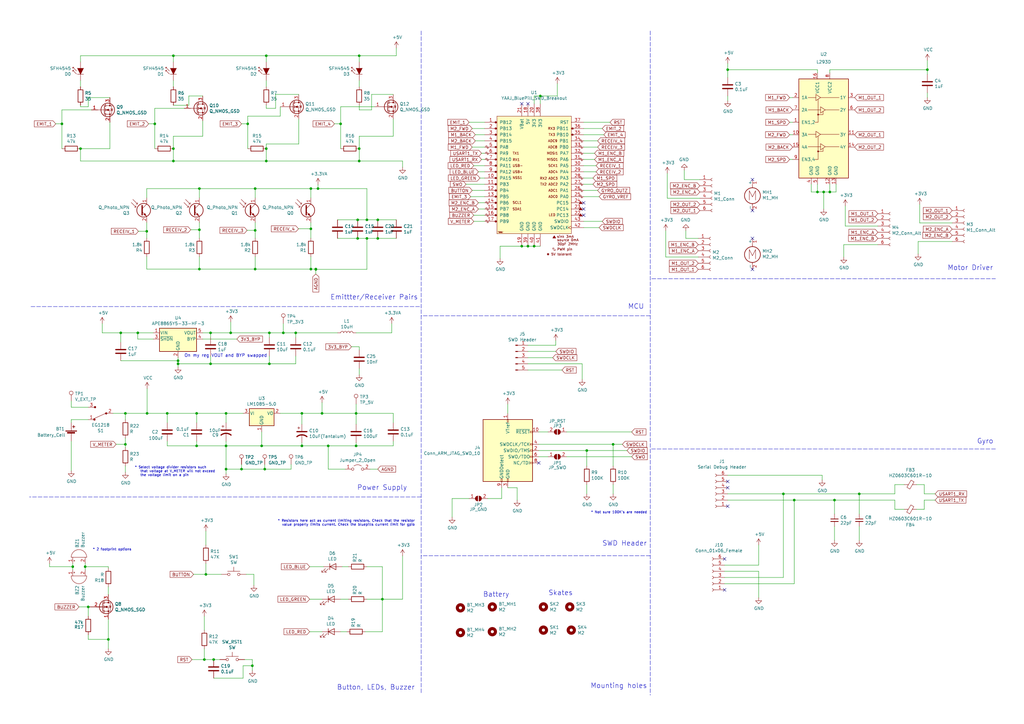
<source format=kicad_sch>
(kicad_sch (version 20211123) (generator eeschema)
  (paper "A3")
  (lib_symbols
    (symbol "Connector:Conn_01x05_Male" (pin_names (offset 1.016) hide)
      (property "Reference" "J" (at 0 7.62 0))
      (property "Value" "Conn_01x05_Male" (at 0 -7.62 0))
      (symbol "Conn_01x05_Male_1_1"
        (pin passive line (at 5.08 5.08 180) (length 3.81) (name "Pin_1") (number "1"))
        (pin passive line (at 5.08 2.54 180) (length 3.81) (name "Pin_2") (number "2"))
        (pin passive line (at 5.08 0 180) (length 3.81) (name "Pin_3") (number "3"))
        (pin passive line (at 5.08 -2.54 180) (length 3.81) (name "Pin_4") (number "4"))
        (pin passive line (at 5.08 -5.08 180) (length 3.81) (name "Pin_5") (number "5"))
      )
    )
    (symbol "Connector:Conn_01x06_Female" (pin_names (offset 1.016) hide)
      (property "Reference" "J" (at 0 7.62 0))
      (property "Value" "Conn_01x06_Female" (at 0 -10.16 0))
      (symbol "Conn_01x06_Female_1_1"
        (pin passive line (at -5.08 5.08 0) (length 3.81) (name "Pin_1") (number "1"))
        (pin passive line (at -5.08 2.54 0) (length 3.81) (name "Pin_2") (number "2"))
        (pin passive line (at -5.08 0 0) (length 3.81) (name "Pin_3") (number "3"))
        (pin passive line (at -5.08 -2.54 0) (length 3.81) (name "Pin_4") (number "4"))
        (pin passive line (at -5.08 -5.08 0) (length 3.81) (name "Pin_5") (number "5"))
        (pin passive line (at -5.08 -7.62 0) (length 3.81) (name "Pin_6") (number "6"))
      )
    )
    (symbol "Connector:Conn_ARM_JTAG_SWD_10" (pin_names (offset 1.016))
      (property "Reference" "J" (at -2.54 16.51 0))
      (property "Value" "Conn_ARM_JTAG_SWD_10" (at -2.54 13.97 0))
      (symbol "Conn_ARM_JTAG_SWD_10_1_1"
        (pin power_in line (at 0 15.24 270) (length 2.54) (name "VTref") (number "1"))
        (pin open_collector line (at 12.7 7.62 180) (length 2.54) (name "~{RESET}") (number "10"))
        (pin bidirectional line (at 12.7 0 180) (length 2.54) (name "SWDIO/TMS") (number "2"))
        (pin power_in line (at 0 -15.24 90) (length 2.54) (name "GND") (number "3"))
        (pin output line (at 12.7 2.54 180) (length 2.54) (name "SWDCLK/TCK") (number "4"))
        (pin passive line (at 0 -15.24 90) (length 2.54) hide (name "GND") (number "5"))
        (pin input line (at 12.7 -2.54 180) (length 2.54) (name "SWO/TDO") (number "6"))
        (pin no_connect line (at -10.16 0 0) (length 2.54) hide (name "KEY") (number "7"))
        (pin output line (at 12.7 -5.08 180) (length 2.54) (name "NC/TDI") (number "8"))
        (pin passive line (at -2.54 -15.24 90) (length 2.54) (name "GNDDetect") (number "9"))
      )
    )
    (symbol "Connector:TestPoint" (pin_numbers hide) (pin_names (offset 0.762) hide)
      (property "Reference" "TP" (at 0 6.858 0))
      (property "Value" "TestPoint" (at 0 5.08 0))
      (symbol "TestPoint_1_1"
        (pin passive line (at 0 0 90) (length 2.54) (name "1") (number "1"))
      )
    )
    (symbol "Device:C" (pin_numbers hide) (pin_names (offset 0.254))
      (property "Reference" "C" (at 0.635 2.54 0))
      (property "Value" "C" (at 0.635 -2.54 0))
      (symbol "C_1_1"
        (pin passive line (at 0 3.81 270) (length 2.794) (name "~") (number "1"))
        (pin passive line (at 0 -3.81 90) (length 2.794) (name "~") (number "2"))
      )
    )
    (symbol "Device:C_Small" (pin_numbers hide) (pin_names (offset 0.254) hide)
      (property "Reference" "C" (at 0.254 1.778 0))
      (property "Value" "C_Small" (at 0.254 -2.032 0))
      (symbol "C_Small_1_1"
        (pin passive line (at 0 2.54 270) (length 2.032) (name "~") (number "1"))
        (pin passive line (at 0 -2.54 90) (length 2.032) (name "~") (number "2"))
      )
    )
    (symbol "Device:FerriteBead_Small" (pin_numbers hide) (pin_names (offset 0))
      (property "Reference" "FB" (at 1.905 1.27 0))
      (property "Value" "FerriteBead_Small" (at 1.905 -1.27 0))
      (symbol "FerriteBead_Small_1_1"
        (pin passive line (at 0 2.54 270) (length 1.27) (name "~") (number "1"))
        (pin passive line (at 0 -2.54 90) (length 1.27) (name "~") (number "2"))
      )
    )
    (symbol "Device:L" (pin_numbers hide) (pin_names (offset 1.016) hide)
      (property "Reference" "L" (at -1.27 0 90))
      (property "Value" "L" (at 1.905 0 90))
      (symbol "L_1_1"
        (pin passive line (at 0 3.81 270) (length 1.27) (name "1") (number "1"))
        (pin passive line (at 0 -3.81 90) (length 1.27) (name "2") (number "2"))
      )
    )
    (symbol "Device:Q_NMOS_GSD" (pin_names (offset 0) hide)
      (property "Reference" "Q" (at 5.08 1.27 0))
      (property "Value" "Q_NMOS_GSD" (at 5.08 -1.27 0))
      (symbol "Q_NMOS_GSD_1_1"
        (pin input line (at -5.08 0 0) (length 2.54) (name "G") (number "1"))
        (pin passive line (at 2.54 -5.08 90) (length 2.54) (name "S") (number "2"))
        (pin passive line (at 2.54 5.08 270) (length 2.54) (name "D") (number "3"))
      )
    )
    (symbol "Device:Q_NMOS_SGD" (pin_names (offset 0) hide)
      (property "Reference" "Q" (at 5.08 1.27 0))
      (property "Value" "Q_NMOS_SGD" (at 5.08 -1.27 0))
      (symbol "Q_NMOS_SGD_1_1"
        (pin passive line (at 2.54 -5.08 90) (length 2.54) (name "S") (number "1"))
        (pin input line (at -5.08 0 0) (length 5.08) (name "G") (number "2"))
        (pin passive line (at 2.54 5.08 270) (length 2.54) (name "D") (number "3"))
      )
    )
    (symbol "Device:R" (pin_numbers hide) (pin_names (offset 0))
      (property "Reference" "R" (at 2.032 0 90))
      (property "Value" "R" (at 0 0 90))
      (symbol "R_1_1"
        (pin passive line (at 0 3.81 270) (length 1.27) (name "~") (number "1"))
        (pin passive line (at 0 -3.81 90) (length 1.27) (name "~") (number "2"))
      )
    )
    (symbol "Driver_Motor:L293D" (pin_names (offset 1.016))
      (property "Reference" "U" (at -5.08 26.035 0))
      (property "Value" "L293D" (at -5.08 24.13 0))
      (symbol "L293D_1_1"
        (pin input line (at -12.7 5.08 0) (length 2.54) (name "EN1,2") (number "1"))
        (pin input line (at -12.7 0 0) (length 2.54) (name "3A") (number "10"))
        (pin output line (at 12.7 0 180) (length 2.54) (name "3Y") (number "11"))
        (pin power_in line (at 2.54 -20.32 90) (length 2.54) (name "GND") (number "12"))
        (pin power_in line (at 5.08 -20.32 90) (length 2.54) (name "GND") (number "13"))
        (pin output line (at 12.7 -5.08 180) (length 2.54) (name "4Y") (number "14"))
        (pin input line (at -12.7 -5.08 0) (length 2.54) (name "4A") (number "15"))
        (pin power_in line (at -2.54 25.4 270) (length 2.54) (name "VCC1") (number "16"))
        (pin input line (at -12.7 15.24 0) (length 2.54) (name "1A") (number "2"))
        (pin output line (at 12.7 15.24 180) (length 2.54) (name "1Y") (number "3"))
        (pin power_in line (at -5.08 -20.32 90) (length 2.54) (name "GND") (number "4"))
        (pin power_in line (at -2.54 -20.32 90) (length 2.54) (name "GND") (number "5"))
        (pin output line (at 12.7 10.16 180) (length 2.54) (name "2Y") (number "6"))
        (pin input line (at -12.7 10.16 0) (length 2.54) (name "2A") (number "7"))
        (pin power_in line (at 2.54 25.4 270) (length 2.54) (name "VCC2") (number "8"))
        (pin input line (at -12.7 -10.16 0) (length 2.54) (name "EN3,4") (number "9"))
      )
    )
    (symbol "Jumper:Jumper_2_Open" (pin_names (offset 0) hide)
      (property "Reference" "JP" (at 0 2.794 0))
      (property "Value" "Jumper_2_Open" (at 0 -2.286 0))
      (symbol "Jumper_2_Open_1_1"
        (pin passive line (at -5.08 0 0) (length 2.54) (name "A") (number "1"))
        (pin passive line (at 5.08 0 180) (length 2.54) (name "B") (number "2"))
      )
    )
    (symbol "Jumper:SolderJumper_2_Open" (pin_names (offset 0) hide)
      (property "Reference" "JP" (at 0 2.032 0))
      (property "Value" "SolderJumper_2_Open" (at 0 -2.54 0))
      (symbol "SolderJumper_2_Open_1_1"
        (pin passive line (at -3.81 0 0) (length 2.54) (name "A") (number "1"))
        (pin passive line (at 3.81 0 180) (length 2.54) (name "B") (number "2"))
      )
    )
    (symbol "Motor:Motor_DC" (pin_names (offset 0))
      (property "Reference" "M" (at 2.54 2.54 0))
      (property "Value" "Motor_DC" (at 2.54 -5.08 0))
      (symbol "Motor_DC_1_1"
        (pin passive line (at 0 5.08 270) (length 2.54) (name "+") (number "1"))
        (pin passive line (at 0 -7.62 90) (length 2.54) (name "-") (number "2"))
      )
    )
    (symbol "Regulator_Linear:APE8865Y5-33-HF-3" (pin_names (offset 0.254))
      (property "Reference" "U" (at -6.35 5.715 0))
      (property "Value" "APE8865Y5-33-HF-3" (at -1.905 5.715 0))
      (symbol "APE8865Y5-33-HF-3_1_1"
        (pin power_in line (at -10.16 2.54 0) (length 2.54) (name "VIN") (number "1"))
        (pin power_in line (at 0 -7.62 90) (length 2.54) (name "GND") (number "2"))
        (pin input line (at -10.16 0 0) (length 2.54) (name "~{SHDN}") (number "3"))
        (pin input line (at 10.16 0 180) (length 2.54) (name "BYP") (number "4"))
        (pin power_out line (at 10.16 2.54 180) (length 2.54) (name "VOUT") (number "5"))
      )
    )
    (symbol "Switch:SW_Push" (pin_numbers hide) (pin_names (offset 1.016) hide)
      (property "Reference" "SW" (at 1.27 2.54 0))
      (property "Value" "SW_Push" (at 0 -1.524 0))
      (symbol "SW_Push_0_1"
        (pin passive line (at -5.08 0 0) (length 2.54) (name "1") (number "1"))
        (pin passive line (at 5.08 0 180) (length 2.54) (name "2") (number "2"))
      )
    )
    (symbol "YAAJ_BluePill_SWD_Breakout:YAAJ_BluePill_SWD_Breakout" (pin_names (offset 1.016))
      (property "Reference" "U" (at -13.97 24.13 0))
      (property "Value" "YAAJ_BluePill_SWD_Breakout_YAAJ_BluePill_SWD_Breakout" (at 0 -1.27 90))
      (symbol "YAAJ_BluePill_SWD_Breakout_0_0"
        (text "30pF 2MHz" (at 13.716 -29.591 0) (effects (font (size 0.9906 0.9906))))
        (text "5V tolerant" (at 11.176 -33.782 0) (effects (font (size 0.9906 0.9906))))
        (text "ADC0" (at 7.747 -10.16 0) (effects (font (size 0.9906 0.9906))))
        (text "ADC1" (at 7.747 -7.62 0) (effects (font (size 0.9906 0.9906))))
        (text "ADC2" (at 7.747 -5.08 0) (effects (font (size 0.9906 0.9906))))
        (text "ADC3" (at 7.747 -2.667 0) (effects (font (size 0.9906 0.9906))))
        (text "ADC4" (at 7.747 0 0) (effects (font (size 0.9906 0.9906))))
        (text "ADC8" (at 7.62 10.16 0) (effects (font (size 0.9906 0.9906))))
        (text "ADC9" (at 7.62 12.7 0) (effects (font (size 0.9906 0.9906))))
        (text "LED" (at 7.366 -17.653 0) (effects (font (size 0.9906 0.9906))))
        (text "MISO1" (at 7.493 5.08 0) (effects (font (size 0.9906 0.9906))))
        (text "MOSI1" (at 7.493 7.62 0) (effects (font (size 0.9906 0.9906))))
        (text "NSS1" (at -6.858 -2.413 0) (effects (font (size 0.9906 0.9906))))
        (text "PWM pin" (at 12.573 -31.75 0) (effects (font (size 0.9906 0.9906))))
        (text "RX1" (at -7.366 4.953 0) (effects (font (size 0.9906 0.9906))))
        (text "RX2" (at 3.81 -2.667 0) (effects (font (size 0.9906 0.9906))))
        (text "RX3" (at 7.112 17.78 0) (effects (font (size 0.9906 0.9906))))
        (text "SCK1" (at 7.747 2.54 0) (effects (font (size 0.9906 0.9906))))
        (text "SCL1" (at -6.985 -12.573 0) (effects (font (size 0.9906 0.9906))))
        (text "SDA1" (at -6.985 -15.24 0) (effects (font (size 0.9906 0.9906))))
        (text "sink 3mA" (at 12.827 -26.543 0) (effects (font (size 0.9906 0.9906))))
        (text "source 0mA" (at 13.843 -27.94 0) (effects (font (size 0.9906 0.9906))))
        (text "TX1" (at -7.493 7.62 0) (effects (font (size 0.9906 0.9906))))
        (text "TX2" (at 3.81 -5.08 0) (effects (font (size 0.9906 0.9906))))
        (text "TX3" (at 7.239 15.24 0) (effects (font (size 0.9906 0.9906))))
        (text "USB+" (at -6.731 0 0) (effects (font (size 0.9906 0.9906))))
        (text "USB-" (at -6.731 2.54 0) (effects (font (size 0.9906 0.9906))))
        (text "Y@@J" (at -13.8176 -24.6888 0) (effects (font (size 0.508 0.508))))
      )
      (symbol "YAAJ_BluePill_SWD_Breakout_1_1"
        (pin bidirectional line (at -20.32 20.32 0) (length 5.08) (name "PB12") (number "1"))
        (pin bidirectional line (at -20.32 -2.54 0) (length 5.08) (name "PA15") (number "10"))
        (pin bidirectional line (at -20.32 -5.08 0) (length 5.08) (name "PB3") (number "11"))
        (pin bidirectional line (at -20.32 -7.62 0) (length 5.08) (name "PB4") (number "12"))
        (pin bidirectional line (at -20.32 -10.16 0) (length 5.08) (name "PB5") (number "13"))
        (pin bidirectional line (at -20.32 -12.7 0) (length 5.08) (name "PB6") (number "14"))
        (pin bidirectional line (at -20.32 -15.24 0) (length 5.08) (name "PB7") (number "15"))
        (pin bidirectional line (at -20.32 -17.78 0) (length 5.08) (name "PB8") (number "16"))
        (pin bidirectional line (at -20.32 -20.32 0) (length 5.08) (name "PB9") (number "17"))
        (pin power_in line (at -2.54 27.94 270) (length 5.08) (name "5V") (number "18"))
        (pin power_in line (at -5.08 -30.48 90) (length 5.08) (name "GND") (number "19"))
        (pin bidirectional line (at -20.32 17.78 0) (length 5.08) (name "PB13") (number "2"))
        (pin power_in line (at 0 27.94 270) (length 5.08) (name "3V3") (number "20"))
        (pin power_in line (at -5.08 27.94 270) (length 5.08) (name "VBat") (number "21"))
        (pin bidirectional line (at 20.32 -17.78 180) (length 5.08) (name "PC13") (number "22"))
        (pin bidirectional line (at 20.32 -15.24 180) (length 5.08) (name "PC14") (number "23"))
        (pin bidirectional line (at 20.32 -12.7 180) (length 5.08) (name "PC15") (number "24"))
        (pin bidirectional line (at 20.32 -10.16 180) (length 5.08) (name "PA0") (number "25"))
        (pin bidirectional line (at 20.32 -7.62 180) (length 5.08) (name "PA1") (number "26"))
        (pin bidirectional line (at 20.32 -5.08 180) (length 5.08) (name "PA2") (number "27"))
        (pin bidirectional line (at 20.32 -2.54 180) (length 5.08) (name "PA3") (number "28"))
        (pin bidirectional line (at 20.32 0 180) (length 5.08) (name "PA4") (number "29"))
        (pin bidirectional line (at -20.32 15.24 0) (length 5.08) (name "PB14") (number "3"))
        (pin bidirectional line (at 20.32 2.54 180) (length 5.08) (name "PA5") (number "30"))
        (pin bidirectional line (at 20.32 5.08 180) (length 5.08) (name "PA6") (number "31"))
        (pin bidirectional line (at 20.32 7.62 180) (length 5.08) (name "PA7") (number "32"))
        (pin bidirectional line (at 20.32 10.16 180) (length 5.08) (name "PB0") (number "33"))
        (pin bidirectional line (at 20.32 12.7 180) (length 5.08) (name "PB1") (number "34"))
        (pin bidirectional line (at 20.32 15.24 180) (length 5.08) (name "PB10") (number "35"))
        (pin bidirectional line (at 20.32 17.78 180) (length 5.08) (name "PB11") (number "36"))
        (pin input line (at 20.32 20.32 180) (length 5.08) (name "RST") (number "37"))
        (pin power_in line (at 2.54 27.94 270) (length 5.08) (name "3V3") (number "38"))
        (pin power_in line (at -2.54 -30.48 90) (length 5.08) (name "GND") (number "39"))
        (pin bidirectional line (at -20.32 12.7 0) (length 5.08) (name "PB15") (number "4"))
        (pin power_in line (at 0 -30.48 90) (length 5.08) (name "GND") (number "40"))
        (pin power_in line (at 2.54 -30.48 90) (length 5.08) (name "GND") (number "41"))
        (pin input clock (at 20.32 -22.86 180) (length 5.08) (name "SWDCLK") (number "42"))
        (pin bidirectional line (at 20.32 -20.32 180) (length 5.08) (name "SWDIO") (number "43"))
        (pin bidirectional line (at -20.32 10.16 0) (length 5.08) (name "PA8") (number "5"))
        (pin bidirectional line (at -20.32 7.62 0) (length 5.08) (name "PA9") (number "6"))
        (pin bidirectional line (at -20.32 5.08 0) (length 5.08) (name "PA10") (number "7"))
        (pin bidirectional line (at -20.32 2.54 0) (length 5.08) (name "PA11") (number "8"))
        (pin bidirectional line (at -20.32 0 0) (length 5.08) (name "PA12") (number "9"))
      )
    )
    (symbol "bloo-rescue:Battery_Cell-Device-mouse_v2-rescue" (pin_numbers hide) (pin_names (offset 0) hide)
      (property "Reference" "BT" (at 2.54 2.54 0))
      (property "Value" "Battery_Cell-Device-mouse_v2-rescue" (at 2.54 0 0))
      (symbol "Battery_Cell-Device-mouse_v2-rescue_1_1"
        (pin passive line (at 0 5.08 270) (length 2.54) (name "+") (number "1"))
        (pin passive line (at 0 -2.54 90) (length 2.54) (name "-") (number "2"))
      )
    )
    (symbol "bloo-rescue:Buzzer-Device-mouse_v2-rescue" (pin_names (offset 0.0254) hide)
      (property "Reference" "BZ" (at 3.81 1.27 0))
      (property "Value" "Buzzer-Device-mouse_v2-rescue" (at 3.81 -1.27 0))
      (symbol "Buzzer-Device-mouse_v2-rescue_1_1"
        (pin passive line (at -2.54 2.54 0) (length 2.54) (name "-") (number "1"))
        (pin passive line (at -2.54 -2.54 0) (length 2.54) (name "+") (number "2"))
      )
    )
    (symbol "bloo-rescue:CP1-Device-mouse_v2-rescue" (pin_numbers hide) (pin_names (offset 0.254) hide)
      (property "Reference" "C" (at 0.635 2.54 0))
      (property "Value" "CP1-Device-mouse_v2-rescue" (at 0.635 -2.54 0))
      (symbol "CP1-Device-mouse_v2-rescue_1_1"
        (pin passive line (at 0 3.81 270) (length 2.794) (name "~") (number "1"))
        (pin passive line (at 0 -3.81 90) (length 3.302) (name "~") (number "2"))
      )
    )
    (symbol "bloo-rescue:EG1218-dk_Slide-Switches-mouse-rescue" (pin_names (offset 0))
      (property "Reference" "S" (at -3.81 2.286 0))
      (property "Value" "EG1218-dk_Slide-Switches-mouse-rescue" (at 0 -5.334 0))
      (symbol "EG1218-dk_Slide-Switches-mouse-rescue_1_1"
        (pin passive line (at 5.08 2.54 180) (length 2.54) (name "~") (number "1"))
        (pin passive line (at -5.08 0 0) (length 2.54) (name "~") (number "2"))
        (pin passive line (at 5.08 -2.54 180) (length 2.54) (name "~") (number "3"))
      )
    )
    (symbol "bloo-rescue:IRL81A-LED-mouse_v2-rescue" (pin_numbers hide) (pin_names (offset 1.016) hide)
      (property "Reference" "D" (at 0.508 1.778 0))
      (property "Value" "IRL81A-LED-mouse_v2-rescue" (at -1.016 -2.794 0))
      (symbol "IRL81A-LED-mouse_v2-rescue_1_1"
        (pin passive line (at -5.08 0 0) (length 2.54) (name "K") (number "1"))
        (pin passive line (at 2.54 0 180) (length 2.54) (name "A") (number "2"))
      )
    )
    (symbol "bloo-rescue:LED-Device-mouse_v2-rescue" (pin_numbers hide) (pin_names (offset 1.016) hide)
      (property "Reference" "D" (at 0 2.54 0))
      (property "Value" "LED-Device-mouse_v2-rescue" (at 0 -2.54 0))
      (symbol "LED-Device-mouse_v2-rescue_1_1"
        (pin passive line (at -3.81 0 0) (length 2.54) (name "K") (number "1"))
        (pin passive line (at 3.81 0 180) (length 2.54) (name "A") (number "2"))
      )
    )
    (symbol "bloo-rescue:LM1084-5.0-Regulator_Linear-mouse_v2-rescue" (pin_names (offset 0.254))
      (property "Reference" "U" (at -3.81 3.175 0))
      (property "Value" "LM1084-5.0-Regulator_Linear-mouse_v2-rescue" (at 0 3.175 0))
      (symbol "LM1084-5.0-Regulator_Linear-mouse_v2-rescue_1_1"
        (pin power_in line (at 0 -7.62 90) (length 2.54) (name "GND") (number "1"))
        (pin power_out line (at 7.62 0 180) (length 2.54) (name "VO") (number "2"))
        (pin power_in line (at -7.62 0 0) (length 2.54) (name "VI") (number "3"))
      )
    )
    (symbol "bloo-rescue:MountingHole-Mechanical-mouse_v2-rescue" (pin_names (offset 1.016))
      (property "Reference" "H" (at 0 5.08 0))
      (property "Value" "MountingHole-Mechanical-mouse_v2-rescue" (at 0 3.175 0))
    )
    (symbol "bloo-rescue:Q_Photo_NPN-Device-mouse_v2-rescue" (pin_names (offset 0) hide)
      (property "Reference" "Q" (at 5.08 1.27 0))
      (property "Value" "Q_Photo_NPN-Device-mouse_v2-rescue" (at 5.08 -1.27 0))
      (symbol "Q_Photo_NPN-Device-mouse_v2-rescue_1_1"
        (pin passive line (at 2.54 5.08 270) (length 2.54) (name "C") (number "1"))
        (pin passive line (at 2.54 -5.08 90) (length 2.54) (name "E") (number "2"))
      )
    )
    (symbol "bloo-rescue:R-Device-mouse_v2-rescue" (pin_numbers hide) (pin_names (offset 0))
      (property "Reference" "R" (at 2.032 0 90))
      (property "Value" "R-Device-mouse_v2-rescue" (at 0 0 90))
      (symbol "R-Device-mouse_v2-rescue_1_1"
        (pin passive line (at 0 3.81 270) (length 1.27) (name "~") (number "1"))
        (pin passive line (at 0 -3.81 90) (length 1.27) (name "~") (number "2"))
      )
    )
    (symbol "power:+3.3VA" (power) (pin_names (offset 0))
      (property "Value" "+3.3VA" (at 0 3.556 0))
      (symbol "+3.3VA_1_1"
        (pin power_in line (at 0 0 90) (length 0) hide (name "+3.3VA") (number "1"))
      )
    )
    (symbol "power:+3V3" (power) (pin_names (offset 0))
      (property "Value" "+3V3" (at 0 3.556 0))
      (symbol "+3V3_1_1"
        (pin power_in line (at 0 0 90) (length 0) hide (name "+3V3") (number "1"))
      )
    )
    (symbol "power:+5V" (power) (pin_names (offset 0))
      (property "Value" "+5V" (at 0 3.556 0))
      (symbol "+5V_1_1"
        (pin power_in line (at 0 0 90) (length 0) hide (name "+5V") (number "1"))
      )
    )
    (symbol "power:GND" (power) (pin_names (offset 0))
      (property "Value" "GND" (at 0 -3.81 0))
      (symbol "GND_1_1"
        (pin power_in line (at 0 0 270) (length 0) hide (name "GND") (number "1"))
      )
    )
    (symbol "power:VCC" (power) (pin_names (offset 0))
      (property "Value" "VCC" (at 0 3.81 0))
      (symbol "VCC_1_1"
        (pin power_in line (at 0 0 90) (length 0) hide (name "VCC") (number "1"))
      )
    )
  )
  (junction (at 71.12 66.04))
  (junction (at 298.45 28.575))
  (junction (at 104.648 94.488))
  (junction (at 71.12 60.96))
  (junction (at 147.32 66.04))
  (junction (at 33.02 60.96))
  (junction (at 130.429 77.343))
  (junction (at 127.508 110.363))
  (junction (at 104.648 77.343))
  (junction (at 68.58 169.545))
  (junction (at 36.195 248.92))
  (junction (at 109.22 60.96))
  (junction (at 380.365 28.575))
  (junction (at 154.94 90.17))
  (junction (at 127.508 77.343))
  (junction (at 150.495 97.79))
  (junction (at 86.36 149.225))
  (junction (at 352.425 202.565))
  (junction (at 342.265 205.105))
  (junction (at 51.435 182.245))
  (junction (at 34.925 232.41))
  (junction (at 92.71 182.88))
  (junction (at 49.53 136.525))
  (junction (at 63.5 50.8))
  (junction (at 108.585 192.405))
  (junction (at 29.845 232.41))
  (junction (at 221.615 39.37))
  (junction (at 110.49 136.525))
  (junction (at 92.71 169.545))
  (junction (at 109.22 22.86))
  (junction (at 134.62 182.88))
  (junction (at 150.495 90.17))
  (junction (at 25.4 50.8))
  (junction (at 129.54 110.49))
  (junction (at 147.32 60.96))
  (junction (at 219.075 100.965))
  (junction (at 335.28 78.74))
  (junction (at 87.63 270.51))
  (junction (at 94.615 136.525))
  (junction (at 56.515 136.525))
  (junction (at 240.665 184.785))
  (junction (at 154.94 97.79))
  (junction (at 109.22 66.04))
  (junction (at 80.645 182.88))
  (junction (at 86.36 136.525))
  (junction (at 81.788 94.234))
  (junction (at 71.12 22.86))
  (junction (at 123.825 182.88))
  (junction (at 81.788 77.343))
  (junction (at 107.315 182.88))
  (junction (at 216.535 100.965))
  (junction (at 146.685 97.79))
  (junction (at 156.845 245.745))
  (junction (at 321.31 202.565))
  (junction (at 84.455 235.585))
  (junction (at 51.435 169.545))
  (junction (at 44.45 262.255))
  (junction (at 60.198 94.869))
  (junction (at 129.54 110.363))
  (junction (at 340.36 78.74))
  (junction (at 146.05 169.545))
  (junction (at 73.025 149.225))
  (junction (at 123.825 169.545))
  (junction (at 73.025 147.955))
  (junction (at 146.05 182.88))
  (junction (at 325.755 205.105))
  (junction (at 132.08 169.545))
  (junction (at 116.205 136.525))
  (junction (at 60.325 169.545))
  (junction (at 81.788 110.363))
  (junction (at 251.46 182.245))
  (junction (at 110.49 149.225))
  (junction (at 139.7 50.8))
  (junction (at 103.505 273.05))
  (junction (at 104.648 110.363))
  (junction (at 147.32 22.86))
  (junction (at 80.645 169.545))
  (junction (at 101.6 50.8))
  (junction (at 127.508 93.853))
  (junction (at 83.82 270.51))
  (junction (at 213.995 100.965))
  (junction (at 121.285 136.525))
  (junction (at 92.71 192.405))
  (junction (at 337.82 78.74))
  (junction (at 146.685 90.17))
  (junction (at 99.06 192.405))
  (no_connect (at 216.535 42.545))
  (no_connect (at 297.18 229.235))
  (no_connect (at 239.395 88.265))
  (no_connect (at 308.61 97.79))
  (no_connect (at 239.395 85.725))
  (no_connect (at 308.61 110.49))
  (no_connect (at 308.61 86.36))
  (no_connect (at 298.45 200.025))
  (no_connect (at 220.98 189.865))
  (no_connect (at 239.395 83.185))
  (no_connect (at 298.45 207.645))
  (no_connect (at 298.45 197.485))
  (no_connect (at 213.995 42.545))
  (no_connect (at 297.18 241.935))
  (no_connect (at 308.61 73.66))
  (wire (pts (xy 121.285 146.05) (xy 121.285 149.225)))
  (wire (pts (xy 73.025 146.685) (xy 73.025 147.955)))
  (wire (pts (xy 108.585 190.5) (xy 108.585 192.405)))
  (wire (pts (xy 127.508 110.363) (xy 129.54 110.363)))
  (wire (pts (xy 80.645 173.355) (xy 80.645 169.545)))
  (wire (pts (xy 36.83 248.92) (xy 36.195 248.92)))
  (wire (pts (xy 325.12 55.245) (xy 323.85 55.245)))
  (wire (pts (xy 161.29 180.975) (xy 161.29 182.88)))
  (polyline (pts (xy 266.7 129.54) (xy 172.72 129.54)))
  (wire (pts (xy 321.31 236.855) (xy 321.31 202.565)))
  (wire (pts (xy 104.14 235.585) (xy 104.14 240.03)))
  (wire (pts (xy 36.195 248.92) (xy 32.385 248.92)))
  (wire (pts (xy 379.095 208.915) (xy 379.095 205.105)))
  (wire (pts (xy 45.085 60.96) (xy 33.02 60.96)))
  (wire (pts (xy 156.845 259.08) (xy 149.86 259.08)))
  (wire (pts (xy 142.875 245.745) (xy 139.7 245.745)))
  (wire (pts (xy 208.28 200.025) (xy 212.09 200.025)))
  (wire (pts (xy 193.04 80.645) (xy 198.755 80.645)))
  (wire (pts (xy 100.965 235.585) (xy 104.14 235.585)))
  (wire (pts (xy 165.1 66.04) (xy 165.1 68.58)))
  (polyline (pts (xy 266.7 12.7) (xy 266.7 285.115)))
  (wire (pts (xy 376.555 99.06) (xy 376.555 104.14)))
  (wire (pts (xy 220.98 187.325) (xy 224.79 187.325)))
  (wire (pts (xy 134.62 182.88) (xy 123.825 182.88)))
  (wire (pts (xy 146.685 97.79) (xy 138.43 97.79)))
  (wire (pts (xy 287.02 73.66) (xy 280.67 73.66)))
  (wire (pts (xy 83.185 39.37) (xy 77.47 39.37)))
  (wire (pts (xy 83.185 49.53) (xy 83.185 55.88)))
  (wire (pts (xy 110.49 136.525) (xy 116.205 136.525)))
  (wire (pts (xy 130.429 77.343) (xy 130.429 75.692)))
  (wire (pts (xy 335.28 78.74) (xy 335.28 75.565)))
  (wire (pts (xy 109.22 66.04) (xy 147.32 66.04)))
  (wire (pts (xy 33.02 43.18) (xy 33.02 43.815)))
  (wire (pts (xy 286.385 97.79) (xy 281.305 97.79)))
  (wire (pts (xy 198.755 75.565) (xy 191.135 75.565)))
  (wire (pts (xy 83.82 258.445) (xy 83.82 252.73)))
  (wire (pts (xy 342.265 221.615) (xy 342.265 215.9)))
  (wire (pts (xy 220.98 184.785) (xy 240.665 184.785)))
  (wire (pts (xy 51.435 182.245) (xy 51.435 183.515)))
  (wire (pts (xy 245.11 60.325) (xy 239.395 60.325)))
  (wire (pts (xy 280.67 73.66) (xy 280.67 69.85)))
  (wire (pts (xy 240.665 184.785) (xy 257.175 184.785)))
  (wire (pts (xy 127.508 77.343) (xy 130.429 77.343)))
  (wire (pts (xy 239.395 73.025) (xy 243.205 73.025)))
  (wire (pts (xy 142.875 232.41) (xy 140.335 232.41)))
  (wire (pts (xy 92.71 182.88) (xy 80.645 182.88)))
  (wire (pts (xy 29.845 231.14) (xy 29.845 232.41)))
  (wire (pts (xy 216.535 151.765) (xy 230.505 151.765)))
  (wire (pts (xy 36.195 167.005) (xy 29.21 167.005)))
  (wire (pts (xy 34.925 233.68) (xy 34.925 232.41)))
  (wire (pts (xy 104.648 110.363) (xy 81.788 110.363)))
  (wire (pts (xy 84.455 231.14) (xy 84.455 235.585)))
  (wire (pts (xy 198.755 88.265) (xy 194.31 88.265)))
  (wire (pts (xy 239.395 90.805) (xy 247.015 90.805)))
  (wire (pts (xy 139.7 50.8) (xy 139.7 60.96)))
  (wire (pts (xy 87.63 270.51) (xy 83.82 270.51)))
  (wire (pts (xy 73.025 149.225) (xy 73.025 150.495)))
  (wire (pts (xy 36.195 43.815) (xy 33.02 43.815)))
  (wire (pts (xy 216.535 146.685) (xy 226.695 146.685)))
  (wire (pts (xy 325.12 65.405) (xy 323.85 65.405)))
  (wire (pts (xy 335.28 78.74) (xy 337.82 78.74)))
  (wire (pts (xy 44.45 262.255) (xy 44.45 266.065)))
  (wire (pts (xy 332.74 78.74) (xy 335.28 78.74)))
  (wire (pts (xy 311.15 234.315) (xy 311.15 245.11)))
  (polyline (pts (xy 172.72 12.7) (xy 172.72 284.48)))
  (wire (pts (xy 147.32 143.51) (xy 147.32 142.24)))
  (wire (pts (xy 81.788 81.153) (xy 81.788 77.343)))
  (wire (pts (xy 134.62 182.88) (xy 134.62 192.405)))
  (wire (pts (xy 380.365 40.005) (xy 380.365 38.1)))
  (wire (pts (xy 113.03 44.45) (xy 109.22 44.45)))
  (wire (pts (xy 86.36 146.05) (xy 86.36 149.225)))
  (wire (pts (xy 346.71 92.71) (xy 346.71 84.455)))
  (wire (pts (xy 352.425 215.9) (xy 352.425 221.615)))
  (wire (pts (xy 198.755 90.805) (xy 194.31 90.805)))
  (wire (pts (xy 29.21 172.085) (xy 29.21 173.355)))
  (wire (pts (xy 84.455 235.585) (xy 90.805 235.585)))
  (wire (pts (xy 127.508 110.363) (xy 104.648 110.363)))
  (wire (pts (xy 239.395 55.245) (xy 247.65 55.245)))
  (wire (pts (xy 298.45 202.565) (xy 321.31 202.565)))
  (wire (pts (xy 152.4 38.735) (xy 161.29 38.735)))
  (wire (pts (xy 346.075 100.33) (xy 346.075 105.41)))
  (wire (pts (xy 83.185 55.88) (xy 71.12 55.88)))
  (wire (pts (xy 244.475 67.945) (xy 239.395 67.945)))
  (wire (pts (xy 251.46 182.245) (xy 255.27 182.245)))
  (wire (pts (xy 298.45 31.75) (xy 298.45 28.575)))
  (wire (pts (xy 352.425 202.565) (xy 367.03 202.565)))
  (wire (pts (xy 146.05 169.545) (xy 161.29 169.545)))
  (wire (pts (xy 165.1 245.745) (xy 165.1 227.965)))
  (wire (pts (xy 137.16 50.8) (xy 139.7 50.8)))
  (wire (pts (xy 49.53 140.335) (xy 49.53 136.525)))
  (wire (pts (xy 185.42 204.47) (xy 185.42 212.09)))
  (polyline (pts (xy 172.72 203.835) (xy 12.065 203.835)))
  (wire (pts (xy 60.198 81.153) (xy 60.198 77.343)))
  (wire (pts (xy 99.06 50.8) (xy 101.6 50.8)))
  (wire (pts (xy 60.198 91.313) (xy 60.198 94.869)))
  (wire (pts (xy 109.22 43.18) (xy 109.22 44.45)))
  (wire (pts (xy 367.03 198.755) (xy 370.84 198.755)))
  (wire (pts (xy 127.508 93.853) (xy 127.508 91.313)))
  (wire (pts (xy 390.525 91.44) (xy 377.19 91.44)))
  (wire (pts (xy 51.435 169.545) (xy 60.325 169.545)))
  (wire (pts (xy 122.555 59.055) (xy 109.22 59.055)))
  (wire (pts (xy 212.09 200.025) (xy 212.09 205.105)))
  (wire (pts (xy 29.21 180.975) (xy 29.21 193.04)))
  (wire (pts (xy 147.32 66.04) (xy 165.1 66.04)))
  (wire (pts (xy 36.195 262.255) (xy 44.45 262.255)))
  (wire (pts (xy 156.845 245.745) (xy 156.845 259.08)))
  (polyline (pts (xy 12.7 125.73) (xy 172.72 125.73)))
  (wire (pts (xy 161.29 169.545) (xy 161.29 173.355)))
  (wire (pts (xy 86.36 149.225) (xy 73.025 149.225)))
  (wire (pts (xy 127 232.41) (xy 132.715 232.41)))
  (wire (pts (xy 20.32 232.41) (xy 20.32 231.14)))
  (wire (pts (xy 44.45 243.84) (xy 44.45 240.665)))
  (wire (pts (xy 81.788 94.234) (xy 81.788 97.663)))
  (wire (pts (xy 325.755 205.105) (xy 342.265 205.105)))
  (wire (pts (xy 99.695 278.13) (xy 99.695 273.05)))
  (wire (pts (xy 113.03 38.735) (xy 113.03 44.45)))
  (wire (pts (xy 138.43 90.17) (xy 146.685 90.17)))
  (wire (pts (xy 152.4 45.085) (xy 152.4 38.735)))
  (wire (pts (xy 192.405 204.47) (xy 185.42 204.47)))
  (wire (pts (xy 160.655 136.525) (xy 146.05 136.525)))
  (wire (pts (xy 154.94 97.79) (xy 150.495 97.79)))
  (wire (pts (xy 114.935 43.815) (xy 114.935 47.625)))
  (wire (pts (xy 325.755 239.395) (xy 325.755 205.105)))
  (wire (pts (xy 104.648 81.153) (xy 104.648 77.343)))
  (wire (pts (xy 34.925 232.41) (xy 34.925 231.14)))
  (wire (pts (xy 154.94 192.405) (xy 151.765 192.405)))
  (wire (pts (xy 33.02 60.96) (xy 33.02 66.04)))
  (wire (pts (xy 33.02 33.02) (xy 33.02 35.56)))
  (wire (pts (xy 154.94 90.17) (xy 162.56 90.17)))
  (wire (pts (xy 83.185 139.065) (xy 97.155 139.065)))
  (wire (pts (xy 198.755 70.485) (xy 196.215 70.485)))
  (wire (pts (xy 110.49 146.05) (xy 110.49 149.225)))
  (wire (pts (xy 127.508 105.283) (xy 127.508 110.363)))
  (wire (pts (xy 139.7 43.815) (xy 139.7 50.8)))
  (polyline (pts (xy 267.335 114.3) (xy 408.305 114.3)))
  (wire (pts (xy 104.648 91.313) (xy 104.648 94.488)))
  (wire (pts (xy 245.11 57.785) (xy 239.395 57.785)))
  (polyline (pts (xy 408.305 184.15) (xy 266.7 184.15)))
  (wire (pts (xy 44.45 233.045) (xy 44.45 232.41)))
  (wire (pts (xy 25.4 50.8) (xy 25.4 60.96)))
  (wire (pts (xy 33.02 66.04) (xy 71.12 66.04)))
  (wire (pts (xy 92.71 192.405) (xy 99.06 192.405)))
  (wire (pts (xy 138.43 136.525) (xy 121.285 136.525)))
  (wire (pts (xy 150.495 232.41) (xy 156.845 232.41)))
  (wire (pts (xy 99.695 273.05) (xy 103.505 273.05)))
  (wire (pts (xy 84.455 223.52) (xy 84.455 217.805)))
  (wire (pts (xy 92.71 182.88) (xy 92.71 180.975)))
  (wire (pts (xy 219.075 39.37) (xy 221.615 39.37)))
  (wire (pts (xy 161.29 55.88) (xy 147.32 55.88)))
  (wire (pts (xy 205.74 200.025) (xy 205.74 204.47)))
  (wire (pts (xy 101.6 50.8) (xy 101.6 60.96)))
  (wire (pts (xy 60.96 50.8) (xy 63.5 50.8)))
  (wire (pts (xy 340.36 78.74) (xy 340.36 75.565)))
  (wire (pts (xy 75.565 44.45) (xy 63.5 44.45)))
  (wire (pts (xy 216.535 100.965) (xy 213.995 100.965)))
  (wire (pts (xy 92.71 173.355) (xy 92.71 169.545)))
  (wire (pts (xy 60.325 169.545) (xy 68.58 169.545)))
  (wire (pts (xy 335.28 29.845) (xy 335.28 28.575)))
  (wire (pts (xy 56.515 139.065) (xy 62.865 139.065)))
  (wire (pts (xy 150.495 245.745) (xy 156.845 245.745)))
  (wire (pts (xy 104.648 94.488) (xy 101.346 94.488)))
  (wire (pts (xy 142.24 259.08) (xy 139.7 259.08)))
  (wire (pts (xy 221.615 39.37) (xy 228.6 39.37)))
  (wire (pts (xy 337.82 78.74) (xy 340.36 78.74)))
  (wire (pts (xy 29.845 232.41) (xy 20.32 232.41)))
  (wire (pts (xy 198.755 85.725) (xy 196.215 85.725)))
  (wire (pts (xy 109.22 60.96) (xy 109.22 66.04)))
  (wire (pts (xy 352.425 210.82) (xy 352.425 202.565)))
  (wire (pts (xy 153.67 43.815) (xy 139.7 43.815)))
  (wire (pts (xy 36.195 40.005) (xy 36.195 43.815)))
  (wire (pts (xy 150.495 97.79) (xy 150.495 110.49)))
  (wire (pts (xy 51.435 182.245) (xy 47.625 182.245)))
  (wire (pts (xy 22.86 50.8) (xy 25.4 50.8)))
  (wire (pts (xy 297.18 231.775) (xy 311.15 231.775)))
  (wire (pts (xy 104.648 77.343) (xy 127.508 77.343)))
  (wire (pts (xy 104.648 94.488) (xy 104.648 97.663)))
  (wire (pts (xy 360.045 92.71) (xy 346.71 92.71)))
  (wire (pts (xy 46.355 169.545) (xy 51.435 169.545)))
  (wire (pts (xy 71.12 66.04) (xy 109.22 66.04)))
  (wire (pts (xy 109.22 22.86) (xy 109.22 25.4)))
  (wire (pts (xy 147.32 25.4) (xy 147.32 22.86)))
  (wire (pts (xy 90.17 270.51) (xy 87.63 270.51)))
  (wire (pts (xy 146.685 90.17) (xy 150.495 90.17)))
  (wire (pts (xy 129.54 110.363) (xy 129.54 110.49)))
  (wire (pts (xy 379.095 198.755) (xy 375.92 198.755)))
  (wire (pts (xy 192.405 50.165) (xy 198.755 50.165)))
  (wire (pts (xy 205.105 100.965) (xy 213.995 100.965)))
  (wire (pts (xy 198.755 52.705) (xy 193.675 52.705)))
  (wire (pts (xy 71.12 55.88) (xy 71.12 60.96)))
  (wire (pts (xy 83.185 136.525) (xy 86.36 136.525)))
  (wire (pts (xy 73.025 147.955) (xy 73.025 149.225)))
  (wire (pts (xy 103.505 273.05) (xy 103.505 270.51)))
  (wire (pts (xy 297.18 239.395) (xy 325.755 239.395)))
  (wire (pts (xy 86.36 149.225) (xy 110.49 149.225)))
  (wire (pts (xy 147.32 151.13) (xy 147.32 153.67)))
  (wire (pts (xy 127 259.08) (xy 132.08 259.08)))
  (wire (pts (xy 51.435 179.705) (xy 51.435 182.245)))
  (wire (pts (xy 193.675 78.105) (xy 198.755 78.105)))
  (wire (pts (xy 80.645 182.88) (xy 80.645 180.975)))
  (wire (pts (xy 92.71 169.545) (xy 99.695 169.545)))
  (wire (pts (xy 110.49 149.225) (xy 121.285 149.225)))
  (wire (pts (xy 116.205 132.715) (xy 116.205 136.525)))
  (wire (pts (xy 147.32 60.96) (xy 147.32 66.04)))
  (wire (pts (xy 298.45 28.575) (xy 335.28 28.575)))
  (wire (pts (xy 60.198 94.869) (xy 56.769 94.869)))
  (wire (pts (xy 104.648 105.283) (xy 104.648 110.363)))
  (wire (pts (xy 337.82 78.74) (xy 337.82 85.725)))
  (wire (pts (xy 239.395 50.165) (xy 250.19 50.165)))
  (wire (pts (xy 116.205 136.525) (xy 121.285 136.525)))
  (wire (pts (xy 367.03 208.915) (xy 367.03 205.105)))
  (wire (pts (xy 80.645 169.545) (xy 92.71 169.545)))
  (wire (pts (xy 147.32 33.02) (xy 147.32 35.56)))
  (wire (pts (xy 298.45 28.575) (xy 298.45 26.035)))
  (wire (pts (xy 81.788 94.234) (xy 78.232 94.234)))
  (wire (pts (xy 86.36 136.525) (xy 94.615 136.525)))
  (wire (pts (xy 340.36 28.575) (xy 380.365 28.575)))
  (wire (pts (xy 146.05 169.545) (xy 146.05 165.735)))
  (wire (pts (xy 122.555 38.735) (xy 113.03 38.735)))
  (wire (pts (xy 33.02 22.86) (xy 33.02 25.4)))
  (wire (pts (xy 311.15 231.775) (xy 311.15 223.52)))
  (wire (pts (xy 108.585 192.405) (xy 119.38 192.405)))
  (wire (pts (xy 36.195 260.35) (xy 36.195 262.255)))
  (wire (pts (xy 297.18 236.855) (xy 321.31 236.855)))
  (wire (pts (xy 100.33 270.51) (xy 103.505 270.51)))
  (wire (pts (xy 146.05 182.88) (xy 134.62 182.88)))
  (wire (pts (xy 101.6 47.625) (xy 101.6 50.8)))
  (wire (pts (xy 298.45 194.945) (xy 337.185 194.945)))
  (wire (pts (xy 92.71 182.88) (xy 107.315 182.88)))
  (wire (pts (xy 340.36 78.74) (xy 342.9 78.74)))
  (wire (pts (xy 134.62 192.405) (xy 141.605 192.405)))
  (wire (pts (xy 94.615 136.525) (xy 110.49 136.525)))
  (wire (pts (xy 193.675 60.325) (xy 198.755 60.325)))
  (wire (pts (xy 130.429 77.343) (xy 150.495 77.343)))
  (wire (pts (xy 239.395 78.105) (xy 245.11 78.105)))
  (wire (pts (xy 146.05 181.61) (xy 146.05 182.88)))
  (wire (pts (xy 81.788 77.343) (xy 60.198 77.343)))
  (wire (pts (xy 332.74 75.565) (xy 332.74 78.74)))
  (wire (pts (xy 68.58 173.355) (xy 68.58 169.545)))
  (wire (pts (xy 127.508 77.343) (xy 127.508 81.153)))
  (wire (pts (xy 36.195 172.085) (xy 29.21 172.085)))
  (wire (pts (xy 44.45 232.41) (xy 34.925 232.41)))
  (wire (pts (xy 25.4 45.085) (xy 37.465 45.085)))
  (wire (pts (xy 71.12 33.02) (xy 71.12 35.56)))
  (wire (pts (xy 132.08 169.545) (xy 132.08 165.1)))
  (wire (pts (xy 379.095 202.565) (xy 383.54 202.565)))
  (wire (pts (xy 84.455 235.585) (xy 79.375 235.585)))
  (wire (pts (xy 273.05 105.41) (xy 273.05 94.615)))
  (wire (pts (xy 238.76 149.225) (xy 238.76 155.575)))
  (wire (pts (xy 45.085 40.005) (xy 36.195 40.005)))
  (wire (pts (xy 161.29 48.895) (xy 161.29 55.88)))
  (wire (pts (xy 198.755 57.785) (xy 194.945 57.785)))
  (wire (pts (xy 232.41 187.325) (xy 259.08 187.325)))
  (wire (pts (xy 103.505 274.955) (xy 103.505 273.05)))
  (wire (pts (xy 160.655 132.715) (xy 160.655 136.525)))
  (wire (pts (xy 77.47 39.37) (xy 77.47 43.18)))
  (wire (pts (xy 367.03 208.915) (xy 370.84 208.915)))
  (wire (pts (xy 377.19 91.44) (xy 377.19 83.82)))
  (wire (pts (xy 119.38 192.405) (xy 119.38 190.5)))
  (wire (pts (xy 161.29 182.88) (xy 146.05 182.88)))
  (wire (pts (xy 99.06 190.5) (xy 99.06 192.405)))
  (wire (pts (xy 239.395 62.865) (xy 243.84 62.865)))
  (wire (pts (xy 221.615 39.37) (xy 221.615 42.545)))
  (wire (pts (xy 87.63 278.13) (xy 99.695 278.13)))
  (wire (pts (xy 219.075 100.965) (xy 216.535 100.965)))
  (wire (pts (xy 162.56 22.86) (xy 162.56 19.685)))
  (wire (pts (xy 150.495 90.17) (xy 154.94 90.17)))
  (wire (pts (xy 321.31 202.565) (xy 352.425 202.565)))
  (wire (pts (xy 219.075 42.545) (xy 219.075 39.37)))
  (wire (pts (xy 60.198 94.869) (xy 60.198 97.663)))
  (wire (pts (xy 29.845 232.41) (xy 29.845 233.68)))
  (wire (pts (xy 220.98 182.245) (xy 251.46 182.245)))
  (wire (pts (xy 194.945 55.245) (xy 198.755 55.245)))
  (wire (pts (xy 162.56 97.79) (xy 154.94 97.79)))
  (wire (pts (xy 56.515 136.525) (xy 49.53 136.525)))
  (wire (pts (xy 216.535 144.145) (xy 227.965 144.145)))
  (wire (pts (xy 123.825 169.545) (xy 123.825 173.99)))
  (wire (pts (xy 281.305 97.79) (xy 281.305 94.615)))
  (wire (pts (xy 45.085 50.165) (xy 45.085 60.96)))
  (wire (pts (xy 259.08 177.165) (xy 232.41 177.165)))
  (wire (pts (xy 83.82 270.51) (xy 78.74 270.51)))
  (wire (pts (xy 297.18 234.315) (xy 311.15 234.315)))
  (wire (pts (xy 49.53 147.955) (xy 73.025 147.955)))
  (wire (pts (xy 68.58 180.975) (xy 68.58 182.88)))
  (wire (pts (xy 99.06 192.405) (xy 108.585 192.405)))
  (wire (pts (xy 122.555 48.895) (xy 122.555 59.055)))
  (wire (pts (xy 44.45 254) (xy 44.45 262.255)))
  (wire (pts (xy 323.85 40.005) (xy 325.12 40.005)))
  (wire (pts (xy 379.095 208.915) (xy 375.92 208.915)))
  (wire (pts (xy 150.495 110.49) (xy 129.54 110.49)))
  (wire (pts (xy 298.45 205.105) (xy 325.755 205.105)))
  (wire (pts (xy 109.22 33.02) (xy 109.22 35.56)))
  (wire (pts (xy 198.755 62.865) (xy 197.485 62.865)))
  (wire (pts (xy 123.825 182.88) (xy 107.315 182.88)))
  (wire (pts (xy 56.515 136.525) (xy 56.515 139.065)))
  (wire (pts (xy 325.12 50.165) (xy 323.85 50.165)))
  (wire (pts (xy 107.315 182.88) (xy 107.315 177.165)))
  (wire (pts (xy 342.9 78.74) (xy 342.9 75.565)))
  (wire (pts (xy 25.4 45.085) (xy 25.4 50.8)))
  (wire (pts (xy 380.365 30.48) (xy 380.365 28.575)))
  (wire (pts (xy 298.45 41.275) (xy 298.45 39.37)))
  (wire (pts (xy 41.91 136.525) (xy 41.91 132.715)))
  (wire (pts (xy 239.395 65.405) (xy 243.84 65.405)))
  (wire (pts (xy 245.745 93.345) (xy 239.395 93.345)))
  (wire (pts (xy 146.05 169.545) (xy 146.05 173.99)))
  (wire (pts (xy 81.788 105.283) (xy 81.788 110.363)))
  (wire (pts (xy 239.395 80.645) (xy 245.745 80.645)))
  (wire (pts (xy 63.5 50.8) (xy 63.5 60.96)))
  (wire (pts (xy 380.365 28.575) (xy 380.365 24.765)))
  (wire (pts (xy 147.32 22.86) (xy 162.56 22.86)))
  (wire (pts (xy 94.615 136.525) (xy 94.615 132.08)))
  (wire (pts (xy 147.32 55.88) (xy 147.32 60.96)))
  (wire (pts (xy 205.74 204.47) (xy 200.025 204.47)))
  (wire (pts (xy 29.21 167.005) (xy 29.21 164.465)))
  (wire (pts (xy 109.22 22.86) (xy 71.12 22.86)))
  (wire (pts (xy 273.685 81.28) (xy 273.685 71.12)))
  (wire (pts (xy 127.508 93.853) (xy 122.428 93.853)))
  (wire (pts (xy 251.46 198.755) (xy 251.46 202.565)))
  (wire (pts (xy 156.845 245.745) (xy 165.1 245.745)))
  (wire (pts (xy 60.325 159.385) (xy 60.325 169.545)))
  (wire (pts (xy 83.82 266.065) (xy 83.82 270.51)))
  (wire (pts (xy 227.965 141.605) (xy 227.965 139.7)))
  (wire (pts (xy 216.535 149.225) (xy 238.76 149.225)))
  (wire (pts (xy 208.28 169.545) (xy 208.28 165.735)))
  (wire (pts (xy 36.195 252.73) (xy 36.195 248.92)))
  (wire (pts (xy 150.495 97.79) (xy 146.685 97.79)))
  (wire (pts (xy 109.22 59.055) (xy 109.22 60.96)))
  (wire (pts (xy 127 245.745) (xy 132.08 245.745)))
  (wire (pts (xy 68.58 169.545) (xy 80.645 169.545)))
  (wire (pts (xy 286.385 105.41) (xy 273.05 105.41)))
  (wire (pts (xy 219.075 100.965) (xy 221.615 100.965)))
  (wire (pts (xy 239.395 75.565) (xy 243.205 75.565)))
  (wire (pts (xy 376.555 99.06) (xy 390.525 99.06)))
  (wire (pts (xy 224.79 177.165) (xy 220.98 177.165)))
  (wire (pts (xy 80.645 182.88) (xy 68.58 182.88)))
  (wire (pts (xy 198.755 67.945) (xy 194.31 67.945)))
  (wire (pts (xy 216.535 141.605) (xy 227.965 141.605)))
  (wire (pts (xy 123.825 169.545) (xy 132.08 169.545)))
  (wire (pts (xy 63.5 44.45) (xy 63.5 50.8)))
  (wire (pts (xy 342.265 205.105) (xy 367.03 205.105)))
  (wire (pts (xy 147.32 43.18) (xy 147.32 45.085)))
  (wire (pts (xy 240.665 191.135) (xy 240.665 184.785)))
  (wire (pts (xy 340.36 28.575) (xy 340.36 29.845)))
  (wire (pts (xy 346.075 100.33) (xy 360.045 100.33)))
  (wire (pts (xy 205.105 100.965) (xy 205.105 106.045)))
  (wire (pts (xy 150.495 77.343) (xy 150.495 90.17)))
  (wire (pts (xy 71.12 22.86) (xy 33.02 22.86)))
  (wire (pts (xy 71.12 22.86) (xy 71.12 25.4)))
  (wire (pts (xy 121.285 138.43) (xy 121.285 136.525)))
  (wire (pts (xy 71.12 60.96) (xy 71.12 66.04)))
  (wire (pts (xy 123.825 181.61) (xy 123.825 182.88)))
  (wire (pts (xy 228.6 39.37) (xy 228.6 34.29)))
  (wire (pts (xy 51.435 191.135) (xy 51.435 193.675)))
  (wire (pts (xy 244.475 70.485) (xy 239.395 70.485)))
  (wire (pts (xy 114.935 169.545) (xy 123.825 169.545)))
  (wire (pts (xy 287.02 81.28) (xy 273.685 81.28)))
  (wire (pts (xy 62.865 136.525) (xy 56.515 136.525)))
  (wire (pts (xy 49.53 136.525) (xy 41.91 136.525)))
  (wire (pts (xy 92.71 182.88) (xy 92.71 192.405)))
  (wire (pts (xy 156.845 232.41) (xy 156.845 245.745)))
  (wire (pts (xy 110.49 138.43) (xy 110.49 136.525)))
  (wire (pts (xy 81.788 91.313) (xy 81.788 94.234)))
  (wire (pts (xy 86.36 138.43) (xy 86.36 136.525)))
  (wire (pts (xy 240.665 198.755) (xy 240.665 202.565)))
  (wire (pts (xy 198.755 83.185) (xy 196.215 83.185)))
  (wire (pts (xy 147.32 22.86) (xy 109.22 22.86)))
  (wire (pts (xy 147.32 45.085) (xy 152.4 45.085)))
  (wire (pts (xy 337.185 194.945) (xy 337.185 196.85)))
  (wire (pts (xy 129.54 110.49) (xy 129.54 112.395)))
  (wire (pts (xy 251.46 191.135) (xy 251.46 182.245)))
  (wire (pts (xy 379.095 205.105) (xy 383.54 205.105)))
  (wire (pts (xy 198.755 65.405) (xy 197.485 65.405)))
  (wire (pts (xy 127.508 97.663) (xy 127.508 93.853)))
  (wire (pts (xy 77.47 43.18) (xy 71.12 43.18)))
  (polyline (pts (xy 266.7 227.965) (xy 172.72 227.965)))
  (wire (pts (xy 104.648 77.343) (xy 81.788 77.343)))
  (wire (pts (xy 342.265 210.82) (xy 342.265 205.105)))
  (wire (pts (xy 60.198 105.283) (xy 60.198 110.363)))
  (wire (pts (xy 92.71 192.405) (xy 92.71 194.31)))
  (wire (pts (xy 81.788 110.363) (xy 60.198 110.363)))
  (wire (pts (xy 367.03 198.755) (xy 367.03 202.565)))
  (wire (pts (xy 132.08 169.545) (xy 146.05 169.545)))
  (wire (pts (xy 239.395 52.705) (xy 247.015 52.705)))
  (wire (pts (xy 196.85 73.025) (xy 198.755 73.025)))
  (wire (pts (xy 51.435 172.085) (xy 51.435 169.545)))
  (wire (pts (xy 114.935 47.625) (xy 101.6 47.625)))
  (wire (pts (xy 379.095 198.755) (xy 379.095 202.565)))
  (wire (pts (xy 147.32 142.24) (xy 144.145 142.24)))
  (text "Mounting holes" (at 265.43 282.575 180) (effects (font (size 2.0066 2.0066)) (justify right bottom)))
  (text "Battery" (at 208.915 245.11 180) (effects (font (size 2.0066 2.0066)) (justify right bottom)))
  (text "* 2 footprint options" (at 53.975 226.06 180) (effects (font (size 0.9906 0.9906)) (justify right bottom)))
  (text "Motor Driver" (at 388.62 111.125 0) (effects (font (size 2.0066 2.0066)) (justify left bottom)))
  (text "* Not sure 100K’s are needed" (at 265.43 210.82 180) (effects (font (size 0.9906 0.9906)) (justify right bottom)))
  (text "On my reg VOUT and BYP swapped" (at 75.565 146.685 0) (effects (font (size 1.27 1.27)) (justify left bottom)))
  (text "Emittter/Receiver Pairs" (at 171.45 123.19 180) (effects (font (size 2.0066 2.0066)) (justify right bottom)))
  (text "* Resistors here act as current limiting resistors. Check that the resistor\n  value properly limits current. Check the bluepills current limit for gpio" (at 170.18 215.9 0) (effects (font (size 0.9906 0.9906)) (justify right bottom)))
  (text "MCU" (at 264.16 127 180) (effects (font (size 2.0066 2.0066)) (justify right bottom)))
  (text "SWD Header" (at 247.015 224.155 0) (effects (font (size 2.0066 2.0066)) (justify left bottom)))
  (text "* Select voltage divider resistors such\n   that voltage at V_METER will not exceed\n   the voltage limit on a pin" (at 55.245 195.58 0) (effects (font (size 0.9906 0.9906)) (justify left bottom)))
  (text "Gyro" (at 400.685 182.245 0) (effects (font (size 2.0066 2.0066)) (justify left bottom)))
  (text "Button, LEDs, Buzzer" (at 170.18 283.21 180) (effects (font (size 2.0066 2.0066)) (justify right bottom)))
  (text "Skates" (at 234.95 244.475 180) (effects (font (size 2.0066 2.0066)) (justify right bottom)))
  (text "Power Supply" (at 167.005 201.295 180) (effects (font (size 2.0066 2.0066)) (justify right bottom)))
  (global_label "3V3_BYP" (shape input) (at 97.155 139.065 0) (property "Intersheet References" "${INTERSHEET_REFS}" (effects hide)))
  (global_label "RECEIV_2" (shape input) (at 78.232 94.234 180) (property "Intersheet References" "${INTERSHEET_REFS}" (effects hide)))
  (global_label "RST" (shape input) (at 230.505 151.765 0) (property "Intersheet References" "${INTERSHEET_REFS}" (effects hide)))
  (global_label "M2_ENC_A" (shape input) (at 196.215 85.725 180) (property "Intersheet References" "${INTERSHEET_REFS}" (effects hide)))
  (global_label "SWO" (shape input) (at 191.135 75.565 180) (property "Intersheet References" "${INTERSHEET_REFS}" (effects hide)))
  (global_label "M2_SPD" (shape input) (at 243.205 75.565 0) (property "Intersheet References" "${INTERSHEET_REFS}" (effects hide)))
  (global_label "RST" (shape input) (at 250.19 50.165 0) (property "Intersheet References" "${INTERSHEET_REFS}" (effects hide)))
  (global_label "AGND" (shape input) (at 129.54 112.395 270) (property "Intersheet References" "${INTERSHEET_REFS}" (effects hide)))
  (global_label "M1_SPD" (shape input) (at 323.85 50.165 180) (property "Intersheet References" "${INTERSHEET_REFS}" (effects hide)))
  (global_label "M1_OUT_1" (shape input) (at 360.045 87.63 180) (property "Intersheet References" "${INTERSHEET_REFS}" (effects hide)))
  (global_label "EMIT_3" (shape input) (at 99.06 50.8 180) (property "Intersheet References" "${INTERSHEET_REFS}" (effects hide)))
  (global_label "GYRO_VREF" (shape input) (at 245.745 80.645 0) (property "Intersheet References" "${INTERSHEET_REFS}" (effects hide)))
  (global_label "M2_BACK" (shape input) (at 194.945 57.785 180) (property "Intersheet References" "${INTERSHEET_REFS}" (effects hide)))
  (global_label "USART1_RX" (shape input) (at 383.54 202.565 0) (property "Intersheet References" "${INTERSHEET_REFS}" (effects hide)))
  (global_label "EMIT_2" (shape input) (at 247.015 52.705 0) (property "Intersheet References" "${INTERSHEET_REFS}" (effects hide)))
  (global_label "LED_RED" (shape input) (at 194.31 67.945 180) (property "Intersheet References" "${INTERSHEET_REFS}" (effects hide)))
  (global_label "EMIT_1" (shape input) (at 22.86 50.8 180) (property "Intersheet References" "${INTERSHEET_REFS}" (effects hide)))
  (global_label "M2_OUT_1" (shape input) (at 287.02 86.36 180) (property "Intersheet References" "${INTERSHEET_REFS}" (effects hide)))
  (global_label "RECEIV_4" (shape input) (at 122.428 93.853 180) (property "Intersheet References" "${INTERSHEET_REFS}" (effects hide)))
  (global_label "RST" (shape input) (at 259.08 177.165 0) (property "Intersheet References" "${INTERSHEET_REFS}" (effects hide)))
  (global_label "GYRO_OUTZ" (shape input) (at 245.11 78.105 0) (property "Intersheet References" "${INTERSHEET_REFS}" (effects hide)))
  (global_label "M2_OUT_2" (shape input) (at 350.52 60.325 0) (property "Intersheet References" "${INTERSHEET_REFS}" (effects hide)))
  (global_label "M1_ENC_B" (shape input) (at 243.84 62.865 0) (property "Intersheet References" "${INTERSHEET_REFS}" (effects hide)))
  (global_label "USART1_RX" (shape input) (at 197.485 65.405 180) (property "Intersheet References" "${INTERSHEET_REFS}" (effects hide)))
  (global_label "M1_ENC_A" (shape input) (at 286.385 102.87 180) (property "Intersheet References" "${INTERSHEET_REFS}" (effects hide)))
  (global_label "M1_ENC_A" (shape input) (at 360.045 95.25 180) (property "Intersheet References" "${INTERSHEET_REFS}" (effects hide)))
  (global_label "BUTTON" (shape input) (at 193.675 78.105 180) (property "Intersheet References" "${INTERSHEET_REFS}" (effects hide)))
  (global_label "M1_FWD" (shape input) (at 193.675 60.325 180) (property "Intersheet References" "${INTERSHEET_REFS}" (effects hide)))
  (global_label "USART1_TX" (shape input) (at 197.485 62.865 180) (property "Intersheet References" "${INTERSHEET_REFS}" (effects hide)))
  (global_label "RECEIV_1" (shape input) (at 244.475 67.945 0) (property "Intersheet References" "${INTERSHEET_REFS}" (effects hide)))
  (global_label "M1_SPD" (shape input) (at 243.205 73.025 0) (property "Intersheet References" "${INTERSHEET_REFS}" (effects hide)))
  (global_label "M2_ENC_A" (shape input) (at 390.525 93.98 180) (property "Intersheet References" "${INTERSHEET_REFS}" (effects hide)))
  (global_label "M2_BACK" (shape input) (at 325.12 60.325 180) (property "Intersheet References" "${INTERSHEET_REFS}" (effects hide)))
  (global_label "EMIT_1" (shape input) (at 192.405 50.165 180) (property "Intersheet References" "${INTERSHEET_REFS}" (effects hide)))
  (global_label "LED_GREEN" (shape input) (at 127 245.745 180) (property "Intersheet References" "${INTERSHEET_REFS}" (effects hide)))
  (global_label "M2_OUT_2" (shape input) (at 287.02 83.82 180) (property "Intersheet References" "${INTERSHEET_REFS}" (effects hide)))
  (global_label "USART1_TX" (shape input) (at 383.54 205.105 0) (property "Intersheet References" "${INTERSHEET_REFS}" (effects hide)))
  (global_label "EMIT_4" (shape input) (at 247.65 55.245 0) (property "Intersheet References" "${INTERSHEET_REFS}" (effects hide)))
  (global_label "M1_FWD" (shape input) (at 323.85 40.005 180) (property "Intersheet References" "${INTERSHEET_REFS}" (effects hide)))
  (global_label "BUZZER" (shape input) (at 32.385 248.92 180) (property "Intersheet References" "${INTERSHEET_REFS}" (effects hide)))
  (global_label "EMIT_4" (shape input) (at 137.16 50.8 180) (property "Intersheet References" "${INTERSHEET_REFS}" (effects hide)))
  (global_label "M2_ENC_A" (shape input) (at 287.02 78.74 180) (property "Intersheet References" "${INTERSHEET_REFS}" (effects hide)))
  (global_label "RECEIV_2" (shape input) (at 244.475 70.485 0) (property "Intersheet References" "${INTERSHEET_REFS}" (effects hide)))
  (global_label "M1_BACK" (shape input) (at 194.945 55.245 180) (property "Intersheet References" "${INTERSHEET_REFS}" (effects hide)))
  (global_label "M1_OUT_2" (shape input) (at 350.52 45.085 0) (property "Intersheet References" "${INTERSHEET_REFS}" (effects hide)))
  (global_label "EMIT_2" (shape input) (at 60.96 50.8 180) (property "Intersheet References" "${INTERSHEET_REFS}" (effects hide)))
  (global_label "M1_BACK" (shape input) (at 325.12 45.085 180) (property "Intersheet References" "${INTERSHEET_REFS}" (effects hide)))
  (global_label "M1_OUT_1" (shape input) (at 350.52 40.005 0) (property "Intersheet References" "${INTERSHEET_REFS}" (effects hide)))
  (global_label "M1_ENC_B" (shape input) (at 286.385 100.33 180) (property "Intersheet References" "${INTERSHEET_REFS}" (effects hide)))
  (global_label "RECEIV_4" (shape input) (at 245.11 57.785 0) (property "Intersheet References" "${INTERSHEET_REFS}" (effects hide)))
  (global_label "M2_ENC_B" (shape input) (at 390.525 96.52 180) (property "Intersheet References" "${INTERSHEET_REFS}" (effects hide)))
  (global_label "SWDIO" (shape input) (at 257.175 184.785 0) (property "Intersheet References" "${INTERSHEET_REFS}" (effects hide)))
  (global_label "M2_OUT_2" (shape input) (at 390.525 88.9 180) (property "Intersheet References" "${INTERSHEET_REFS}" (effects hide)))
  (global_label "V_METER" (shape input) (at 194.31 90.805 180) (property "Intersheet References" "${INTERSHEET_REFS}" (effects hide)))
  (global_label "SWDIO" (shape input) (at 227.965 144.145 0) (property "Intersheet References" "${INTERSHEET_REFS}" (effects hide)))
  (global_label "M2_ENC_B" (shape input) (at 287.02 76.2 180) (property "Intersheet References" "${INTERSHEET_REFS}" (effects hide)))
  (global_label "BUTTON" (shape input) (at 79.375 235.585 180) (property "Intersheet References" "${INTERSHEET_REFS}" (effects hide)))
  (global_label "SWDCLK" (shape input) (at 226.695 146.685 0) (property "Intersheet References" "${INTERSHEET_REFS}" (effects hide)))
  (global_label "LED_BLUE" (shape input) (at 127 232.41 180) (property "Intersheet References" "${INTERSHEET_REFS}" (effects hide)))
  (global_label "SWDCLK" (shape input) (at 245.745 93.345 0) (property "Intersheet References" "${INTERSHEET_REFS}" (effects hide)))
  (global_label "V_METER" (shape input) (at 47.625 182.245 180) (property "Intersheet References" "${INTERSHEET_REFS}" (effects hide)))
  (global_label "BUZZER" (shape input) (at 194.31 88.265 180) (property "Intersheet References" "${INTERSHEET_REFS}" (effects hide)))
  (global_label "LED_GREEN" (shape input) (at 196.85 73.025 180) (property "Intersheet References" "${INTERSHEET_REFS}" (effects hide)))
  (global_label "M2_ENC_B" (shape input) (at 196.215 83.185 180) (property "Intersheet References" "${INTERSHEET_REFS}" (effects hide)))
  (global_label "M1_OUT_2" (shape input) (at 360.045 90.17 180) (property "Intersheet References" "${INTERSHEET_REFS}" (effects hide)))
  (global_label "M1_OUT_2" (shape input) (at 286.385 107.95 180) (property "Intersheet References" "${INTERSHEET_REFS}" (effects hide)))
  (global_label "LED_BLUE" (shape input) (at 196.215 70.485 180) (property "Intersheet References" "${INTERSHEET_REFS}" (effects hide)))
  (global_label "LED_RED" (shape input) (at 127 259.08 180) (property "Intersheet References" "${INTERSHEET_REFS}" (effects hide)))
  (global_label "SWDIO" (shape input) (at 247.015 90.805 0) (property "Intersheet References" "${INTERSHEET_REFS}" (effects hide)))
  (global_label "RECEIV_3" (shape input) (at 245.11 60.325 0) (property "Intersheet References" "${INTERSHEET_REFS}" (effects hide)))
  (global_label "RST" (shape input) (at 78.74 270.51 180) (property "Intersheet References" "${INTERSHEET_REFS}" (effects hide)))
  (global_label "M1_ENC_B" (shape input) (at 360.045 97.79 180) (property "Intersheet References" "${INTERSHEET_REFS}" (effects hide)))
  (global_label "RECEIV_3" (shape input) (at 101.346 94.488 180) (property "Intersheet References" "${INTERSHEET_REFS}" (effects hide)))
  (global_label "M2_OUT_1" (shape input) (at 350.52 55.245 0) (property "Intersheet References" "${INTERSHEET_REFS}" (effects hide)))
  (global_label "EMIT_3" (shape input) (at 193.04 80.645 180) (property "Intersheet References" "${INTERSHEET_REFS}" (effects hide)))
  (global_label "M1_ENC_A" (shape input) (at 243.84 65.405 0) (property "Intersheet References" "${INTERSHEET_REFS}" (effects hide)))
  (global_label "3V3_BYP" (shape input) (at 144.145 142.24 180) (property "Intersheet References" "${INTERSHEET_REFS}" (effects hide)))
  (global_label "M2_SPD" (shape input) (at 323.85 65.405 180) (property "Intersheet References" "${INTERSHEET_REFS}" (effects hide)))
  (global_label "AGND" (shape input) (at 154.94 192.405 0) (property "Intersheet References" "${INTERSHEET_REFS}" (effects hide)))
  (global_label "M1_OUT_1" (shape input) (at 286.385 110.49 180) (property "Intersheet References" "${INTERSHEET_REFS}" (effects hide)))
  (global_label "RECEIV_1" (shape input) (at 56.769 94.869 180) (property "Intersheet References" "${INTERSHEET_REFS}" (effects hide)))
  (global_label "M2_FWD" (shape input) (at 323.85 55.245 180) (property "Intersheet References" "${INTERSHEET_REFS}" (effects hide)))
  (global_label "SWDCLK" (shape input) (at 255.27 182.245 0) (property "Intersheet References" "${INTERSHEET_REFS}" (effects hide)))
  (global_label "M2_FWD" (shape input) (at 193.675 52.705 180) (property "Intersheet References" "${INTERSHEET_REFS}" (effects hide)))
  (global_label "M2_OUT_1" (shape input) (at 390.525 86.36 180) (property "Intersheet References" "${INTERSHEET_REFS}" (effects hide)))
  (global_label "SWO" (shape input) (at 259.08 187.325 0) (property "Intersheet References" "${INTERSHEET_REFS}" (effects hide)))
  (symbol (lib_id "bloo-rescue:R-Device-mouse_v2-rescue") (at 147.32 39.37 0) (unit 1)
    (property "Reference" "R8" (at 149.098 38.2016 0) (effects (justify left)))
    (property "Value" "35" (at 149.098 40.513 0) (effects (justify left)))
    (property "Footprint" "Resistor_SMD:R_1206_3216Metric_Pad1.30x1.75mm_HandSolder" (effects hide))
  )
  (symbol (lib_id "bloo-rescue:IRL81A-LED-mouse_v2-rescue") (at 147.32 27.94 90) (unit 1)
    (property "Reference" "D3" (at 143.4592 30.3784 90) (effects (justify left)))
    (property "Value" "SFH4545" (at 143.4592 28.067 90) (effects (justify left)))
    (property "Footprint" "custom:Emitter" (effects hide))
    (property "Datasheet" "http://www.osram-os.com/Graphics/XPic0/00203825_0.pdf" (effects hide))
  )
  (symbol (lib_id "bloo-rescue:Q_Photo_NPN-Device-mouse_v2-rescue") (at 124.968 86.233 0) (unit 1)
    (property "Reference" "Q0" (at 120.4722 87.4014 0) (effects (justify right)))
    (property "Value" "Q_Photo_NPN" (at 120.4722 85.09 0) (effects (justify right)))
    (property "Footprint" "custom:Emitter" (effects hide))
  )
  (symbol (lib_id "bloo-rescue:Q_Photo_NPN-Device-mouse_v2-rescue") (at 102.108 86.233 0) (unit 1)
    (property "Reference" "Q1" (at 97.6122 87.4014 0) (effects (justify right)))
    (property "Value" "Q_Photo_NPN" (at 97.6122 85.09 0) (effects (justify right)))
    (property "Footprint" "custom:Emitter" (effects hide))
  )
  (symbol (lib_id "bloo-rescue:Q_Photo_NPN-Device-mouse_v2-rescue") (at 79.248 86.233 0) (unit 1)
    (property "Reference" "Q2" (at 74.7522 87.4014 0) (effects (justify right)))
    (property "Value" "Q_Photo_NPN" (at 74.7522 85.09 0) (effects (justify right)))
    (property "Footprint" "custom:Emitter" (effects hide))
  )
  (symbol (lib_id "bloo-rescue:Q_Photo_NPN-Device-mouse_v2-rescue") (at 57.658 86.233 0) (unit 1)
    (property "Reference" "Q3" (at 53.1622 87.4014 0) (effects (justify right)))
    (property "Value" "Q_Photo_NPN" (at 53.1622 85.09 0) (effects (justify right)))
    (property "Footprint" "custom:Emitter" (effects hide))
  )
  (symbol (lib_id "bloo-rescue:R-Device-mouse_v2-rescue") (at 127.508 101.473 180) (unit 1)
    (property "Reference" "R1" (at 125.73 102.6414 0) (effects (justify left)))
    (property "Value" "1.8k" (at 125.73 100.33 0) (effects (justify left)))
    (property "Footprint" "Resistor_SMD:R_1206_3216Metric_Pad1.30x1.75mm_HandSolder" (effects hide))
  )
  (symbol (lib_id "bloo-rescue:R-Device-mouse_v2-rescue") (at 104.648 101.473 180) (unit 1)
    (property "Reference" "R2" (at 102.87 102.6414 0) (effects (justify left)))
    (property "Value" "1.8k" (at 102.87 100.33 0) (effects (justify left)))
    (property "Footprint" "Resistor_SMD:R_1206_3216Metric_Pad1.30x1.75mm_HandSolder" (effects hide))
  )
  (symbol (lib_id "bloo-rescue:R-Device-mouse_v2-rescue") (at 81.788 101.473 180) (unit 1)
    (property "Reference" "R3" (at 80.01 102.6414 0) (effects (justify left)))
    (property "Value" "1.8k" (at 80.01 100.33 0) (effects (justify left)))
    (property "Footprint" "Resistor_SMD:R_1206_3216Metric_Pad1.30x1.75mm_HandSolder" (effects hide))
  )
  (symbol (lib_id "bloo-rescue:R-Device-mouse_v2-rescue") (at 60.198 101.473 180) (unit 1)
    (property "Reference" "R4" (at 58.42 102.6414 0) (effects (justify left)))
    (property "Value" "1.8k" (at 58.42 100.33 0) (effects (justify left)))
    (property "Footprint" "Resistor_SMD:R_1206_3216Metric_Pad1.30x1.75mm_HandSolder" (effects hide))
  )
  (symbol (lib_id "bloo-rescue:R-Device-mouse_v2-rescue") (at 143.51 60.96 270) (unit 1)
    (property "Reference" "R16" (at 143.51 55.7022 90))
    (property "Value" "47k" (at 143.51 58.0136 90))
    (property "Footprint" "Resistor_SMD:R_1206_3216Metric_Pad1.30x1.75mm_HandSolder" (effects hide))
  )
  (symbol (lib_id "bloo-rescue:R-Device-mouse_v2-rescue") (at 109.22 39.37 0) (unit 1)
    (property "Reference" "R7" (at 110.998 38.2016 0) (effects (justify left)))
    (property "Value" "35" (at 110.998 40.513 0) (effects (justify left)))
    (property "Footprint" "Resistor_SMD:R_1206_3216Metric_Pad1.30x1.75mm_HandSolder" (effects hide))
  )
  (symbol (lib_id "bloo-rescue:IRL81A-LED-mouse_v2-rescue") (at 109.22 27.94 90) (unit 1)
    (property "Reference" "D2" (at 105.3592 30.3784 90) (effects (justify left)))
    (property "Value" "SFH4545" (at 105.3592 28.067 90) (effects (justify left)))
    (property "Footprint" "custom:Emitter" (effects hide))
    (property "Datasheet" "http://www.osram-os.com/Graphics/XPic0/00203825_0.pdf" (effects hide))
  )
  (symbol (lib_id "bloo-rescue:R-Device-mouse_v2-rescue") (at 105.41 60.96 270) (unit 1)
    (property "Reference" "R15" (at 105.41 55.7022 90))
    (property "Value" "47k" (at 105.41 58.0136 90))
    (property "Footprint" "Resistor_SMD:R_1206_3216Metric_Pad1.30x1.75mm_HandSolder" (effects hide))
  )
  (symbol (lib_id "bloo-rescue:R-Device-mouse_v2-rescue") (at 33.02 39.37 0) (unit 1)
    (property "Reference" "R5" (at 34.798 38.2016 0) (effects (justify left)))
    (property "Value" "35" (at 34.798 40.513 0) (effects (justify left)))
    (property "Footprint" "Resistor_SMD:R_1206_3216Metric_Pad1.30x1.75mm_HandSolder" (effects hide))
  )
  (symbol (lib_id "bloo-rescue:IRL81A-LED-mouse_v2-rescue") (at 33.02 27.94 90) (unit 1)
    (property "Reference" "D0" (at 29.1592 30.3784 90) (effects (justify left)))
    (property "Value" "SFH4545" (at 29.1592 28.067 90) (effects (justify left)))
    (property "Footprint" "custom:Emitter" (effects hide))
    (property "Datasheet" "http://www.osram-os.com/Graphics/XPic0/00203825_0.pdf" (effects hide))
  )
  (symbol (lib_id "bloo-rescue:R-Device-mouse_v2-rescue") (at 29.21 60.96 270) (unit 1)
    (property "Reference" "R13" (at 29.21 55.7022 90))
    (property "Value" "47k" (at 29.21 58.0136 90))
    (property "Footprint" "Resistor_SMD:R_1206_3216Metric_Pad1.30x1.75mm_HandSolder" (effects hide))
  )
  (symbol (lib_id "bloo-rescue:R-Device-mouse_v2-rescue") (at 71.12 39.37 0) (unit 1)
    (property "Reference" "R6" (at 72.898 38.2016 0) (effects (justify left)))
    (property "Value" "35" (at 72.898 40.513 0) (effects (justify left)))
    (property "Footprint" "Resistor_SMD:R_1206_3216Metric_Pad1.30x1.75mm_HandSolder" (effects hide))
  )
  (symbol (lib_id "bloo-rescue:IRL81A-LED-mouse_v2-rescue") (at 71.12 27.94 90) (unit 1)
    (property "Reference" "D1" (at 67.2592 30.3784 90) (effects (justify left)))
    (property "Value" "SFH4545" (at 67.2592 28.067 90) (effects (justify left)))
    (property "Footprint" "custom:Emitter" (effects hide))
    (property "Datasheet" "http://www.osram-os.com/Graphics/XPic0/00203825_0.pdf" (effects hide))
  )
  (symbol (lib_id "bloo-rescue:R-Device-mouse_v2-rescue") (at 67.31 60.96 270) (unit 1)
    (property "Reference" "R14" (at 67.31 55.7022 90))
    (property "Value" "47k" (at 67.31 58.0136 90))
    (property "Footprint" "Resistor_SMD:R_1206_3216Metric_Pad1.30x1.75mm_HandSolder" (effects hide))
  )
  (symbol (lib_id "bloo-rescue:LM1084-5.0-Regulator_Linear-mouse_v2-rescue") (at 107.315 169.545 0) (unit 1)
    (property "Reference" "U3" (at 107.315 163.3982 0))
    (property "Value" "LM1085-5.0" (at 107.315 165.7096 0))
    (property "Footprint" "custom:VREG_TO-263-3_TabPin2" (effects hide))
    (property "Datasheet" "http://www.ti.com/lit/ds/symlink/lm1084.pdf" (effects hide))
  )
  (symbol (lib_id "bloo-rescue:MountingHole-Mechanical-mouse_v2-rescue") (at 222.885 258.445 0) (unit 1)
    (property "Reference" "SK1" (at 225.425 257.2766 0) (effects (justify left)))
    (property "Value" "M2" (at 225.425 259.588 0) (effects (justify left)))
    (property "Footprint" "MountingHole:MountingHole_2.2mm_M2" (effects hide))
  )
  (symbol (lib_id "bloo-rescue:MountingHole-Mechanical-mouse_v2-rescue") (at 201.93 259.08 0) (unit 1)
    (property "Reference" "BT_MH2" (at 204.47 257.9116 0) (effects (justify left)))
    (property "Value" "M2" (at 204.47 260.223 0) (effects (justify left)))
    (property "Footprint" "MountingHole:MountingHole_2.2mm_M2" (effects hide))
  )
  (symbol (lib_id "bloo-rescue:MountingHole-Mechanical-mouse_v2-rescue") (at 201.93 248.92 0) (unit 1)
    (property "Reference" "BT_MH1" (at 204.47 247.7516 0) (effects (justify left)))
    (property "Value" "M2" (at 204.47 250.063 0) (effects (justify left)))
    (property "Footprint" "MountingHole:MountingHole_2.2mm_M2" (effects hide))
  )
  (symbol (lib_id "bloo-rescue:MountingHole-Mechanical-mouse_v2-rescue") (at 222.885 248.92 0) (unit 1)
    (property "Reference" "SK2" (at 225.425 247.7516 0) (effects (justify left)))
    (property "Value" "M2" (at 225.425 250.063 0) (effects (justify left)))
    (property "Footprint" "MountingHole:MountingHole_2.2mm_M2" (effects hide))
  )
  (symbol (lib_id "bloo-rescue:CP1-Device-mouse_v2-rescue") (at 92.71 177.165 0) (unit 1)
    (property "Reference" "C9" (at 86.995 178.435 0) (effects (justify left)))
    (property "Value" "10uF" (at 85.725 176.53 0) (effects (justify left)))
    (property "Footprint" "Capacitor_SMD:C_1206_3216Metric_Pad1.33x1.80mm_HandSolder" (effects hide))
  )
  (symbol (lib_id "bloo-rescue:EG1218-dk_Slide-Switches-mouse-rescue") (at 41.275 169.545 180) (unit 1)
    (property "Reference" "S1" (at 41.275 176.6316 0))
    (property "Value" "EG1218" (at 41.275 174.3202 0))
    (property "Footprint" "custom:1103M2S4CQE2" (effects hide))
    (property "Datasheet" "http://spec_sheets.e-switch.com/specs/P040040.pdf" (effects hide))
    (property "Digi-Key_PN" "EG1903-ND" (effects hide))
    (property "MPN" "EG1218" (effects hide))
    (property "Category" "Switches" (effects hide))
    (property "Family" "Slide Switches" (effects hide))
    (property "DK_Datasheet_Link" "http://spec_sheets.e-switch.com/specs/P040040.pdf" (effects hide))
    (property "DK_Detail_Page" "/product-detail/en/e-switch/EG1218/EG1903-ND/101726" (effects hide))
    (property "Description" "SWITCH SLIDE SPDT 200MA 30V" (effects hide))
    (property "Manufacturer" "E-Switch" (effects hide))
    (property "Status" "Active" (effects hide))
  )
  (symbol (lib_id "bloo-rescue:Battery_Cell-Device-mouse_v2-rescue") (at 29.21 178.435 0) (unit 1)
    (property "Reference" "BT1" (at 22.86 175.895 0) (effects (justify left)))
    (property "Value" "Battery_Cell" (at 15.24 178.435 0) (effects (justify left)))
    (property "Footprint" "Connector_PinSocket_2.54mm:PinSocket_1x02_P2.54mm_Vertical" (effects hide))
  )
  (symbol (lib_id "bloo-rescue:CP1-Device-mouse_v2-rescue") (at 123.825 177.8 0) (unit 1)
    (property "Reference" "C10" (at 126.746 176.6316 0) (effects (justify left)))
    (property "Value" "10uF(Tantalum)" (at 126.746 178.943 0) (effects (justify left)))
    (property "Footprint" "Capacitor_SMD:C_1206_3216Metric_Pad1.33x1.80mm_HandSolder" (effects hide))
  )
  (symbol (lib_id "bloo-rescue:Buzzer-Device-mouse_v2-rescue") (at 32.385 228.6 90) (unit 1)
    (property "Reference" "BZ1" (at 31.6484 224.7138 0) (effects (justify left)))
    (property "Value" "Buzzer" (at 33.9598 224.7138 0) (effects (justify left)))
    (property "Footprint" "Buzzer_Beeper:Buzzer_12x9.5RM7.6" (effects hide))
  )
  (symbol (lib_id "bloo-rescue:LED-Device-mouse_v2-rescue") (at 135.89 259.08 0) (unit 1)
    (property "Reference" "D4" (at 135.6614 253.5936 0))
    (property "Value" "LED" (at 135.6614 255.905 0))
    (property "Footprint" "LED_SMD:LED_0805_2012Metric_Pad1.15x1.40mm_HandSolder" (effects hide))
  )
  (symbol (lib_id "bloo-rescue:R-Device-mouse_v2-rescue") (at 146.05 259.08 90) (unit 1)
    (property "Reference" "R19" (at 144.8816 257.302 0) (effects (justify left)))
    (property "Value" "R" (at 147.193 257.302 0) (effects (justify left)))
    (property "Footprint" "Resistor_SMD:R_1206_3216Metric_Pad1.30x1.75mm_HandSolder" (effects hide))
  )
  (symbol (lib_id "bloo-rescue:LED-Device-mouse_v2-rescue") (at 135.89 245.745 0) (unit 1)
    (property "Reference" "D5" (at 135.6614 240.2586 0))
    (property "Value" "LED" (at 135.6614 242.57 0))
    (property "Footprint" "LED_SMD:LED_0805_2012Metric_Pad1.15x1.40mm_HandSolder" (effects hide))
  )
  (symbol (lib_id "bloo-rescue:R-Device-mouse_v2-rescue") (at 146.685 245.745 90) (unit 1)
    (property "Reference" "R20" (at 145.5166 243.967 0) (effects (justify left)))
    (property "Value" "R" (at 147.828 243.967 0) (effects (justify left)))
    (property "Footprint" "Resistor_SMD:R_1206_3216Metric_Pad1.30x1.75mm_HandSolder" (effects hide))
  )
  (symbol (lib_id "bloo-rescue:LED-Device-mouse_v2-rescue") (at 136.525 232.41 0) (unit 1)
    (property "Reference" "D6" (at 136.2964 226.9236 0))
    (property "Value" "LED" (at 136.2964 229.235 0))
    (property "Footprint" "LED_SMD:LED_0805_2012Metric_Pad1.15x1.40mm_HandSolder" (effects hide))
  )
  (symbol (lib_id "bloo-rescue:R-Device-mouse_v2-rescue") (at 146.685 232.41 90) (unit 1)
    (property "Reference" "R21" (at 145.5166 230.632 0) (effects (justify left)))
    (property "Value" "R" (at 147.828 230.632 0) (effects (justify left)))
    (property "Footprint" "Resistor_SMD:R_1206_3216Metric_Pad1.30x1.75mm_HandSolder" (effects hide))
  )
  (symbol (lib_id "Connector:Conn_01x06_Female") (at 293.37 202.565 180) (unit 1)
    (property "Reference" "J1" (at 296.1132 189.23 0))
    (property "Value" "Serial Debug Header" (at 296.1132 191.5414 0))
    (property "Footprint" "Connector_PinHeader_2.54mm:PinHeader_1x06_P2.54mm_Vertical" (effects hide))
  )
  (symbol (lib_id "Device:R") (at 51.435 175.895 0) (unit 1)
    (property "Reference" "R22" (at 53.213 174.7266 0) (effects (justify left)))
    (property "Value" "R" (at 53.213 177.038 0) (effects (justify left)))
    (property "Footprint" "Resistor_SMD:R_1206_3216Metric_Pad1.30x1.75mm_HandSolder" (effects hide))
  )
  (symbol (lib_id "Device:R") (at 51.435 187.325 0) (unit 1)
    (property "Reference" "R23" (at 53.213 186.1566 0) (effects (justify left)))
    (property "Value" "R" (at 53.213 188.468 0) (effects (justify left)))
    (property "Footprint" "Resistor_SMD:R_1206_3216Metric_Pad1.30x1.75mm_HandSolder" (effects hide))
  )
  (symbol (lib_id "bloo-rescue:R-Device-mouse_v2-rescue") (at 36.195 256.54 180) (unit 1)
    (property "Reference" "R17" (at 32.385 257.175 0))
    (property "Value" "47k" (at 32.385 255.27 0))
    (property "Footprint" "Resistor_SMD:R_1206_3216Metric_Pad1.30x1.75mm_HandSolder" (effects hide))
  )
  (symbol (lib_id "Device:R") (at 44.45 236.855 180) (unit 1)
    (property "Reference" "R18" (at 42.672 238.0234 0) (effects (justify left)))
    (property "Value" "R" (at 42.672 235.712 0) (effects (justify left)))
    (property "Footprint" "Resistor_SMD:R_1206_3216Metric_Pad1.30x1.75mm_HandSolder" (effects hide))
  )
  (symbol (lib_id "bloo-rescue:MountingHole-Mechanical-mouse_v2-rescue") (at 233.68 248.92 0) (unit 1)
    (property "Reference" "SK3" (at 236.22 247.7516 0) (effects (justify left)))
    (property "Value" "M2" (at 236.22 250.063 0) (effects (justify left)))
    (property "Footprint" "MountingHole:MountingHole_2.2mm_M2" (effects hide))
  )
  (symbol (lib_id "bloo-rescue:MountingHole-Mechanical-mouse_v2-rescue") (at 234.315 258.445 0) (unit 1)
    (property "Reference" "SK4" (at 236.855 257.2766 0) (effects (justify left)))
    (property "Value" "M2" (at 236.855 259.588 0) (effects (justify left)))
    (property "Footprint" "MountingHole:MountingHole_2.2mm_M2" (effects hide))
  )
  (symbol (lib_id "Driver_Motor:L293D") (at 337.82 55.245 0) (unit 1)
    (property "Reference" "U2" (at 337.82 22.225 0))
    (property "Value" "L293D" (at 337.82 25.4 0))
    (property "Footprint" "Package_DIP:DIP-16_W7.62mm" (effects hide))
    (property "Datasheet" "http://www.ti.com/lit/ds/symlink/l293.pdf" (effects hide))
  )
  (symbol (lib_id "Device:C") (at 298.45 35.56 0) (unit 1)
    (property "Reference" "C3" (at 301.371 34.3916 0) (effects (justify left)))
    (property "Value" "0.1uF" (at 301.371 36.703 0) (effects (justify left)))
    (property "Footprint" "Capacitor_SMD:C_1206_3216Metric_Pad1.33x1.80mm_HandSolder" (effects hide))
  )
  (symbol (lib_id "Device:C") (at 380.365 34.29 0) (unit 1)
    (property "Reference" "C4" (at 383.286 33.1216 0) (effects (justify left)))
    (property "Value" "1uF" (at 383.286 35.433 0) (effects (justify left)))
    (property "Footprint" "Capacitor_SMD:C_1206_3216Metric_Pad1.33x1.80mm_HandSolder" (effects hide))
  )
  (symbol (lib_id "power:GND") (at 380.365 40.005 0) (unit 1)
    (property "Reference" "#PWR0101" (effects hide))
    (property "Value" "GND" (at 380.492 44.3992 0))
  )
  (symbol (lib_id "power:GND") (at 205.105 106.045 0) (unit 1)
    (property "Reference" "#PWR0102" (effects hide))
    (property "Value" "GND" (at 205.232 110.4392 0))
  )
  (symbol (lib_id "Motor:Motor_DC") (at 308.61 102.87 0) (unit 1)
    (property "Reference" "MH2" (at 312.6232 102.9716 0) (effects (justify left)))
    (property "Value" "M2_MH" (at 312.6232 105.283 0) (effects (justify left)))
    (property "Footprint" "custom:Motor_mouse" (effects hide))
  )
  (symbol (lib_id "Motor:Motor_DC") (at 308.61 78.74 0) (unit 1)
    (property "Reference" "MH1" (at 312.6232 78.8416 0) (effects (justify left)))
    (property "Value" "M1_MH" (at 312.6232 81.153 0) (effects (justify left)))
    (property "Footprint" "custom:Motor_mouse" (effects hide))
  )
  (symbol (lib_id "Device:FerriteBead_Small") (at 373.38 198.755 270) (unit 1)
    (property "Reference" "FB3" (at 373.38 192.7352 90))
    (property "Value" "HZ0603C601R-10" (at 373.38 195.0466 90))
    (property "Footprint" "Resistor_SMD:R_0603_1608Metric_Pad0.98x0.95mm_HandSolder" (effects hide))
  )
  (symbol (lib_id "Device:FerriteBead_Small") (at 373.38 208.915 90) (unit 1)
    (property "Reference" "FB4" (at 373.38 215.265 90))
    (property "Value" "HZ0603C601R-10" (at 373.38 212.725 90))
    (property "Footprint" "Resistor_SMD:R_0603_1608Metric_Pad0.98x0.95mm_HandSolder" (effects hide))
  )
  (symbol (lib_id "Device:C_Small") (at 342.265 213.36 0) (unit 1)
    (property "Reference" "C6" (at 344.6018 212.1916 0) (effects (justify left)))
    (property "Value" "22pF" (at 344.6018 214.503 0) (effects (justify left)))
    (property "Footprint" "Capacitor_SMD:C_0603_1608Metric_Pad1.08x0.95mm_HandSolder" (effects hide))
  )
  (symbol (lib_id "Device:C_Small") (at 352.425 213.36 0) (unit 1)
    (property "Reference" "C8" (at 354.7618 212.1916 0) (effects (justify left)))
    (property "Value" "22pF" (at 354.7618 214.503 0) (effects (justify left)))
    (property "Footprint" "Capacitor_SMD:C_0603_1608Metric_Pad1.08x0.95mm_HandSolder" (effects hide))
  )
  (symbol (lib_id "power:GND") (at 165.1 68.58 0) (unit 1)
    (property "Reference" "#PWR0105" (effects hide))
    (property "Value" "GND" (at 165.227 72.9742 0))
  )
  (symbol (lib_id "power:+5V") (at 162.56 19.685 0) (unit 1)
    (property "Reference" "#PWR0106" (effects hide))
    (property "Value" "+5V" (at 162.941 15.2908 0))
  )
  (symbol (lib_id "Device:C") (at 161.29 177.165 0) (unit 1)
    (property "Reference" "C13" (at 164.211 175.9966 0) (effects (justify left)))
    (property "Value" "0.1uF" (at 164.211 178.308 0) (effects (justify left)))
    (property "Footprint" "Capacitor_SMD:C_1206_3216Metric_Pad1.33x1.80mm_HandSolder" (effects hide))
  )
  (symbol (lib_id "Connector:Conn_01x06_Female") (at 395.605 91.44 0) (unit 1)
    (property "Reference" "M3" (at 396.3162 92.0496 0) (effects (justify left)))
    (property "Value" "M1_Conn_Alt" (at 396.3162 94.361 0) (effects (justify left)))
    (property "Footprint" "Connector_PinHeader_2.54mm:PinHeader_1x06_P2.54mm_Vertical" (effects hide))
  )
  (symbol (lib_id "power:GND") (at 376.555 104.14 0) (unit 1)
    (property "Reference" "#PWR0145" (effects hide))
    (property "Value" "GND" (at 376.682 108.5342 0))
  )
  (symbol (lib_id "power:+3V3") (at 377.19 83.82 0) (unit 1)
    (property "Reference" "#PWR0146" (effects hide))
    (property "Value" "+3V3" (at 377.571 79.4258 0))
  )
  (symbol (lib_id "Connector:Conn_01x06_Female") (at 365.125 92.71 0) (unit 1)
    (property "Reference" "M4" (at 365.8362 93.3196 0) (effects (justify left)))
    (property "Value" "M2_Conn_Alt" (at 365.8362 95.631 0) (effects (justify left)))
    (property "Footprint" "Connector_PinHeader_2.54mm:PinHeader_1x06_P2.54mm_Vertical" (effects hide))
  )
  (symbol (lib_id "power:GND") (at 346.075 105.41 0) (unit 1)
    (property "Reference" "#PWR0147" (effects hide))
    (property "Value" "GND" (at 346.202 109.8042 0))
  )
  (symbol (lib_id "power:+3V3") (at 346.71 84.455 0) (unit 1)
    (property "Reference" "#PWR0148" (effects hide))
    (property "Value" "+3V3" (at 347.091 80.0608 0))
  )
  (symbol (lib_id "Device:C") (at 49.53 144.145 0) (unit 1)
    (property "Reference" "C17" (at 52.451 142.9766 0) (effects (justify left)))
    (property "Value" "1uF" (at 52.451 145.288 0) (effects (justify left)))
    (property "Footprint" "Capacitor_SMD:C_1206_3216Metric_Pad1.33x1.80mm_HandSolder" (effects hide))
  )
  (symbol (lib_id "Device:L") (at 142.24 136.525 90) (unit 1)
    (property "Reference" "L1" (at 142.24 131.699 90))
    (property "Value" "10uH" (at 142.24 134.0104 90))
    (property "Footprint" "Inductor_SMD:L_1206_3216Metric_Pad1.42x1.75mm_HandSolder" (effects hide))
  )
  (symbol (lib_id "power:+3.3VA") (at 160.655 132.715 0) (unit 1)
    (property "Reference" "#PWR0103" (effects hide))
    (property "Value" "+3.3VA" (at 161.036 128.3208 0))
  )
  (symbol (lib_id "Device:C") (at 86.36 142.24 0) (unit 1)
    (property "Reference" "C18" (at 89.281 141.0716 0) (effects (justify left)))
    (property "Value" "1uF" (at 89.281 143.383 0) (effects (justify left)))
    (property "Footprint" "Capacitor_SMD:C_1206_3216Metric_Pad1.33x1.80mm_HandSolder" (effects hide))
  )
  (symbol (lib_id "power:+3.3VA") (at 130.429 75.692 0) (unit 1)
    (property "Reference" "#PWR0108" (effects hide))
    (property "Value" "+3.3VA" (at 130.81 71.2978 0))
  )
  (symbol (lib_id "Regulator_Linear:APE8865Y5-33-HF-3") (at 73.025 139.065 0) (unit 1)
    (property "Reference" "U4" (at 73.025 130.3782 0))
    (property "Value" "APE8865Y5-33-HF-3" (at 73.025 132.6896 0))
    (property "Footprint" "Package_TO_SOT_SMD:SOT-23-5" (effects hide))
    (property "Datasheet" "http://www.tme.eu/fr/Document/ced3461ed31ea70a3c416fb648e0cde7/APE8865-3.pdf" (effects hide))
  )
  (symbol (lib_id "power:+3V3") (at 273.05 94.615 0) (unit 1)
    (property "Reference" "#PWR0124" (effects hide))
    (property "Value" "+3V3" (at 273.431 90.2208 0))
  )
  (symbol (lib_id "power:+5V") (at 41.91 132.715 0) (unit 1)
    (property "Reference" "#PWR0104" (effects hide))
    (property "Value" "+5V" (at 42.291 128.3208 0))
  )
  (symbol (lib_id "power:+3V3") (at 273.685 71.12 0) (unit 1)
    (property "Reference" "#PWR0126" (effects hide))
    (property "Value" "+3V3" (at 274.066 66.7258 0))
  )
  (symbol (lib_id "power:+3V3") (at 227.965 139.7 0) (unit 1)
    (property "Reference" "#PWR0149" (effects hide))
    (property "Value" "+3V3" (at 228.346 135.3058 0))
  )
  (symbol (lib_id "power:+3V3") (at 208.28 165.735 0) (unit 1)
    (property "Reference" "#PWR0150" (effects hide))
    (property "Value" "+3V3" (at 208.661 161.3408 0))
  )
  (symbol (lib_id "power:GND") (at 352.425 221.615 0) (unit 1)
    (property "Reference" "#PWR0131" (effects hide))
    (property "Value" "GND" (at 352.552 226.0092 0))
  )
  (symbol (lib_id "power:GND") (at 342.265 221.615 0) (unit 1)
    (property "Reference" "#PWR0132" (effects hide))
    (property "Value" "GND" (at 342.392 226.0092 0))
  )
  (symbol (lib_id "Device:C") (at 138.43 93.98 0) (unit 1)
    (property "Reference" "C14" (at 141.351 92.8116 0) (effects (justify left)))
    (property "Value" "1uF" (at 141.351 95.123 0) (effects (justify left)))
    (property "Footprint" "Capacitor_SMD:C_1206_3216Metric_Pad1.33x1.80mm_HandSolder" (effects hide))
  )
  (symbol (lib_id "Device:C") (at 80.645 177.165 180) (unit 1)
    (property "Reference" "C1" (at 77.724 178.3334 0) (effects (justify left)))
    (property "Value" "0.1uF" (at 77.724 176.022 0) (effects (justify left)))
    (property "Footprint" "Capacitor_SMD:C_1206_3216Metric_Pad1.33x1.80mm_HandSolder" (effects hide))
  )
  (symbol (lib_id "Device:C") (at 146.685 93.98 0) (unit 1)
    (property "Reference" "C15" (at 149.606 92.8116 0) (effects (justify left)))
    (property "Value" "1uF" (at 149.606 95.123 0) (effects (justify left)))
    (property "Footprint" "Capacitor_SMD:C_1206_3216Metric_Pad1.33x1.80mm_HandSolder" (effects hide))
  )
  (symbol (lib_id "Device:C") (at 154.94 93.98 0) (unit 1)
    (property "Reference" "C20" (at 157.861 92.8116 0) (effects (justify left)))
    (property "Value" "1uF" (at 157.861 95.123 0) (effects (justify left)))
    (property "Footprint" "Capacitor_SMD:C_1206_3216Metric_Pad1.33x1.80mm_HandSolder" (effects hide))
  )
  (symbol (lib_id "Device:C") (at 162.56 93.98 0) (unit 1)
    (property "Reference" "C21" (at 165.481 92.8116 0) (effects (justify left)))
    (property "Value" "1uF" (at 165.481 95.123 0) (effects (justify left)))
    (property "Footprint" "Capacitor_SMD:C_1206_3216Metric_Pad1.33x1.80mm_HandSolder" (effects hide))
  )
  (symbol (lib_id "power:+3V3") (at 94.615 132.08 0) (unit 1)
    (property "Reference" "#PWR0127" (effects hide))
    (property "Value" "+3V3" (at 94.996 127.6858 0))
  )
  (symbol (lib_id "power:GND") (at 73.025 150.495 0) (unit 1)
    (property "Reference" "#PWR0138" (effects hide))
    (property "Value" "GND" (at 73.152 154.8892 0))
  )
  (symbol (lib_id "Device:C") (at 68.58 177.165 0) (unit 1)
    (property "Reference" "C2" (at 62.23 177.165 0) (effects (justify left)))
    (property "Value" "100uF" (at 60.96 179.705 0) (effects (justify left)))
    (property "Footprint" "Capacitor_THT:CP_Radial_D6.3mm_P2.50mm" (effects hide))
  )
  (symbol (lib_id "Device:C") (at 110.49 142.24 0) (unit 1)
    (property "Reference" "C11" (at 113.411 141.0716 0) (effects (justify left)))
    (property "Value" "10uF" (at 113.411 143.383 0) (effects (justify left)))
    (property "Footprint" "Capacitor_SMD:C_1206_3216Metric_Pad1.33x1.80mm_HandSolder" (effects hide))
  )
  (symbol (lib_id "Device:C") (at 121.285 142.24 0) (unit 1)
    (property "Reference" "C12" (at 124.206 141.0716 0) (effects (justify left)))
    (property "Value" "0.1uF" (at 124.206 143.383 0) (effects (justify left)))
    (property "Footprint" "Capacitor_SMD:C_1206_3216Metric_Pad1.33x1.80mm_HandSolder" (effects hide))
  )
  (symbol (lib_id "power:+5V") (at 20.32 231.14 0) (unit 1)
    (property "Reference" "#PWR0109" (effects hide))
    (property "Value" "+5V" (at 20.701 226.7458 0))
  )
  (symbol (lib_id "power:GND") (at 44.45 266.065 0) (unit 1)
    (property "Reference" "#PWR0110" (effects hide))
    (property "Value" "GND" (at 44.577 270.4592 0))
  )
  (symbol (lib_id "Device:C") (at 146.05 177.8 0) (unit 1)
    (property "Reference" "C16" (at 148.971 176.6316 0) (effects (justify left)))
    (property "Value" "100uF" (at 148.971 178.943 0) (effects (justify left)))
    (property "Footprint" "Capacitor_THT:CP_Radial_D6.3mm_P2.50mm" (effects hide))
  )
  (symbol (lib_id "power:+3V3") (at 228.6 34.29 0) (unit 1)
    (property "Reference" "#PWR0122" (effects hide))
    (property "Value" "+3V3" (at 228.981 29.8958 0))
  )
  (symbol (lib_id "power:GND") (at 337.82 85.725 0) (unit 1)
    (property "Reference" "#PWR0107" (effects hide))
    (property "Value" "GND" (at 337.947 90.1192 0))
  )
  (symbol (lib_id "power:+5V") (at 132.08 165.1 0) (unit 1)
    (property "Reference" "#PWR0111" (effects hide))
    (property "Value" "+5V" (at 132.461 160.7058 0))
  )
  (symbol (lib_id "Device:C") (at 147.32 147.32 0) (unit 1)
    (property "Reference" "C25" (at 150.241 146.1516 0) (effects (justify left)))
    (property "Value" "10nF" (at 150.241 148.463 0) (effects (justify left)))
    (property "Footprint" "Capacitor_SMD:C_1206_3216Metric_Pad1.33x1.80mm_HandSolder" (effects hide))
  )
  (symbol (lib_id "Device:R") (at 84.455 227.33 0) (unit 1)
    (property "Reference" "R11" (at 86.233 226.1616 0) (effects (justify left)))
    (property "Value" "47K" (at 86.233 228.473 0) (effects (justify left)))
    (property "Footprint" "Resistor_SMD:R_1206_3216Metric_Pad1.30x1.75mm_HandSolder" (effects hide))
  )
  (symbol (lib_id "Connector:TestPoint") (at 146.05 165.735 0) (unit 1)
    (property "Reference" "TP3" (at 147.5232 162.7378 0) (effects (justify left)))
    (property "Value" "TP_5V" (at 147.5232 165.0492 0) (effects (justify left)))
    (property "Footprint" "Connector_PinHeader_2.54mm:PinHeader_1x01_P2.54mm_Vertical" (effects hide))
  )
  (symbol (lib_id "Connector:TestPoint") (at 116.205 132.715 0) (unit 1)
    (property "Reference" "TP4" (at 117.6782 129.7178 0) (effects (justify left)))
    (property "Value" "TP_3V3" (at 117.6782 132.0292 0) (effects (justify left)))
    (property "Footprint" "Connector_PinHeader_2.54mm:PinHeader_1x01_P2.54mm_Vertical" (effects hide))
  )
  (symbol (lib_id "power:GND") (at 147.32 153.67 0) (unit 1)
    (property "Reference" "#PWR0151" (effects hide))
    (property "Value" "GND" (at 147.447 158.0642 0))
  )
  (symbol (lib_id "power:+3V3") (at 84.455 217.805 0) (unit 1)
    (property "Reference" "#PWR0135" (effects hide))
    (property "Value" "+3V3" (at 84.836 213.4108 0))
  )
  (symbol (lib_id "power:GND") (at 92.71 194.31 0) (unit 1)
    (property "Reference" "#PWR0112" (effects hide))
    (property "Value" "GND" (at 92.837 198.7042 0))
  )
  (symbol (lib_id "power:GND") (at 104.14 240.03 0) (unit 1)
    (property "Reference" "#PWR0136" (effects hide))
    (property "Value" "GND" (at 104.267 244.4242 0))
  )
  (symbol (lib_id "Jumper:Jumper_2_Open") (at 146.685 192.405 0) (unit 1)
    (property "Reference" "JP4" (at 146.685 186.436 0))
    (property "Value" "Jumper_2_Open" (at 146.685 188.7474 0))
    (property "Footprint" "Jumper:SolderJumper-2_P1.3mm_Bridged_Pad1.0x1.5mm" (effects hide))
  )
  (symbol (lib_id "Device:Q_NMOS_GSD") (at 158.75 43.815 0) (unit 1)
    (property "Reference" "Q12" (at 163.9316 42.6466 0) (effects (justify left)))
    (property "Value" "Q_NMOS_GSD" (at 163.9316 44.958 0) (effects (justify left)))
    (property "Footprint" "Package_TO_SOT_SMD:SOT-23" (effects hide))
  )
  (symbol (lib_id "Device:Q_NMOS_GSD") (at 120.015 43.815 0) (unit 1)
    (property "Reference" "Q11" (at 125.1966 42.6466 0) (effects (justify left)))
    (property "Value" "Q_NMOS_GSD" (at 125.1966 44.958 0) (effects (justify left)))
    (property "Footprint" "Package_TO_SOT_SMD:SOT-23" (effects hide))
  )
  (symbol (lib_id "Device:Q_NMOS_GSD") (at 80.645 44.45 0) (unit 1)
    (property "Reference" "Q10" (at 85.8266 43.2816 0) (effects (justify left)))
    (property "Value" "Q_NMOS_GSD" (at 85.8266 45.593 0) (effects (justify left)))
    (property "Footprint" "Package_TO_SOT_SMD:SOT-23" (effects hide))
  )
  (symbol (lib_id "Device:Q_NMOS_GSD") (at 42.545 45.085 0) (unit 1)
    (property "Reference" "Q9" (at 47.7266 43.9166 0) (effects (justify left)))
    (property "Value" "Q_NMOS_GSD" (at 47.7266 46.228 0) (effects (justify left)))
    (property "Footprint" "Package_TO_SOT_SMD:SOT-23" (effects hide))
  )
  (symbol (lib_id "Connector:TestPoint") (at 29.21 164.465 0) (unit 1)
    (property "Reference" "TP1" (at 30.6832 161.4678 0) (effects (justify left)))
    (property "Value" "V_EXT_TP" (at 30.6832 163.7792 0) (effects (justify left)))
    (property "Footprint" "Connector_PinHeader_2.54mm:PinHeader_1x01_P2.54mm_Vertical" (effects hide))
  )
  (symbol (lib_id "Connector:TestPoint") (at 99.06 190.5 0) (unit 1)
    (property "Reference" "TP2" (at 100.5332 187.5028 0) (effects (justify left)))
    (property "Value" "GND_TP" (at 100.5332 189.8142 0) (effects (justify left)))
    (property "Footprint" "Connector_PinHeader_2.54mm:PinHeader_1x01_P2.54mm_Vertical" (effects hide))
  )
  (symbol (lib_id "power:GND") (at 29.21 193.04 0) (unit 1)
    (property "Reference" "#PWR0113" (effects hide))
    (property "Value" "GND" (at 29.337 197.4342 0))
  )
  (symbol (lib_id "Connector:Conn_01x05_Male") (at 211.455 146.685 0) (unit 1)
    (property "Reference" "J5" (at 214.1982 137.0076 0))
    (property "Value" "SWD Header" (at 214.1982 139.319 0))
    (property "Footprint" "Connector_PinHeader_2.54mm:PinHeader_1x05_P2.54mm_Vertical" (effects hide))
  )
  (symbol (lib_id "power:GND") (at 238.76 155.575 0) (unit 1)
    (property "Reference" "#PWR0137" (effects hide))
    (property "Value" "GND" (at 238.887 159.9692 0))
  )
  (symbol (lib_id "power:GND") (at 51.435 193.675 0) (unit 1)
    (property "Reference" "#PWR0114" (effects hide))
    (property "Value" "GND" (at 51.562 198.0692 0))
  )
  (symbol (lib_id "Jumper:SolderJumper_2_Open") (at 228.6 177.165 180) (unit 1)
    (property "Reference" "JP3" (at 228.6 174.625 0))
    (property "Value" "JP_RST" (at 228.6 172.72 0))
    (property "Footprint" "Jumper:SolderJumper-2_P1.3mm_Open_Pad1.0x1.5mm" (effects hide))
  )
  (symbol (lib_id "Jumper:SolderJumper_2_Open") (at 196.215 204.47 0) (unit 1)
    (property "Reference" "JP2" (at 196.215 207.01 0))
    (property "Value" "JP_GND" (at 196.215 208.915 0))
    (property "Footprint" "Jumper:SolderJumper-2_P1.3mm_Open_Pad1.0x1.5mm" (effects hide))
  )
  (symbol (lib_id "power:GND") (at 185.42 212.09 0) (unit 1)
    (property "Reference" "#PWR0139" (effects hide))
    (property "Value" "GND" (at 185.547 216.4842 0))
  )
  (symbol (lib_id "power:GND") (at 298.45 41.275 0) (unit 1)
    (property "Reference" "#PWR0120" (effects hide))
    (property "Value" "GND" (at 298.577 45.6692 0))
  )
  (symbol (lib_id "power:+5V") (at 298.45 26.035 0) (unit 1)
    (property "Reference" "#PWR0121" (effects hide))
    (property "Value" "+5V" (at 298.831 21.6408 0))
  )
  (symbol (lib_id "power:+3V3") (at 165.1 227.965 0) (unit 1)
    (property "Reference" "#PWR0115" (effects hide))
    (property "Value" "+3V3" (at 165.481 223.5708 0))
  )
  (symbol (lib_id "Device:Q_NMOS_SGD") (at 41.91 248.92 0) (unit 1)
    (property "Reference" "Q8" (at 47.0916 247.7516 0) (effects (justify left)))
    (property "Value" "Q_NMOS_SGD" (at 47.0916 250.063 0) (effects (justify left)))
    (property "Footprint" "Package_TO_SOT_SMD:SOT-23" (effects hide))
  )
  (symbol (lib_id "Connector:Conn_01x06_Female") (at 291.465 102.87 0) (unit 1)
    (property "Reference" "M2" (at 292.1762 103.4796 0) (effects (justify left)))
    (property "Value" "M2_Conn" (at 292.1762 105.791 0) (effects (justify left)))
    (property "Footprint" "Connector_JST:JST_SH_BM06B-SRSS-TB_1x06-1MP_P1.00mm_Vertical" (effects hide))
  )
  (symbol (lib_id "Switch:SW_Push") (at 95.25 270.51 0) (unit 1)
    (property "Reference" "SW_RST1" (at 95.25 263.271 0))
    (property "Value" "SW" (at 95.25 265.5824 0))
    (property "Footprint" "Button_Switch_SMD:SW_SPST_REED_CT05-XXXX-G1" (effects hide))
  )
  (symbol (lib_id "Device:R") (at 83.82 262.255 0) (unit 1)
    (property "Reference" "R12" (at 85.598 261.0866 0) (effects (justify left)))
    (property "Value" "47K" (at 85.598 263.398 0) (effects (justify left)))
    (property "Footprint" "Resistor_SMD:R_1206_3216Metric_Pad1.30x1.75mm_HandSolder" (effects hide))
  )
  (symbol (lib_id "power:+3V3") (at 83.82 252.73 0) (unit 1)
    (property "Reference" "#PWR0143" (effects hide))
    (property "Value" "+3V3" (at 84.201 248.3358 0))
  )
  (symbol (lib_id "power:GND") (at 103.505 274.955 0) (unit 1)
    (property "Reference" "#PWR0144" (effects hide))
    (property "Value" "GND" (at 103.632 279.3492 0))
  )
  (symbol (lib_id "power:GND") (at 281.305 94.615 180) (unit 1)
    (property "Reference" "#PWR0123" (effects hide))
    (property "Value" "GND" (at 281.178 90.2208 0))
  )
  (symbol (lib_id "Device:C") (at 87.63 274.32 0) (unit 1)
    (property "Reference" "C19" (at 90.551 273.1516 0) (effects (justify left)))
    (property "Value" "0.1uF" (at 90.551 275.463 0) (effects (justify left)))
    (property "Footprint" "Capacitor_SMD:C_1206_3216Metric_Pad1.33x1.80mm_HandSolder" (effects hide))
  )
  (symbol (lib_id "Connector:Conn_01x06_Female") (at 292.1 78.74 0) (unit 1)
    (property "Reference" "M1" (at 292.8112 79.3496 0) (effects (justify left)))
    (property "Value" "M1_Conn" (at 292.8112 81.661 0) (effects (justify left)))
    (property "Footprint" "Connector_JST:JST_SH_BM06B-SRSS-TB_1x06-1MP_P1.00mm_Vertical" (effects hide))
  )
  (symbol (lib_id "power:GND") (at 280.67 69.85 180) (unit 1)
    (property "Reference" "#PWR0125" (effects hide))
    (property "Value" "GND" (at 280.543 65.4558 0))
  )
  (symbol (lib_id "power:VCC") (at 60.325 159.385 0) (unit 1)
    (property "Reference" "#PWR0140" (effects hide))
    (property "Value" "VCC" (at 60.706 154.9908 0))
  )
  (symbol (lib_id "bloo-rescue:Buzzer-Device-mouse_v2-rescue") (at 32.385 236.22 90) (mirror x) (unit 1)
    (property "Reference" "BZ2" (at 31.6484 240.1062 0) (effects (justify left)))
    (property "Value" "Buzzer" (at 33.9598 240.1062 0) (effects (justify left)))
    (property "Footprint" "Buzzer_Beeper:Buzzer_TDK_PS1240P02BT_D12.2mm_H6.5mm" (effects hide))
  )
  (symbol (lib_id "power:GND") (at 337.185 196.85 0) (unit 1)
    (property "Reference" "#PWR0116" (effects hide))
    (property "Value" "GND" (at 337.312 201.2442 0))
  )
  (symbol (lib_id "Connector:Conn_ARM_JTAG_SWD_10") (at 208.28 184.785 0) (unit 1)
    (property "Reference" "J4" (at 197.0278 183.6166 0) (effects (justify right)))
    (property "Value" "Conn_ARM_JTAG_SWD_10" (at 197.0278 185.928 0) (effects (justify right)))
    (property "Footprint" "Connector_PinHeader_1.27mm:PinHeader_2x05_P1.27mm_Vertical" (effects hide))
    (property "Datasheet" "http://infocenter.arm.com/help/topic/com.arm.doc.ddi0314h/DDI0314H_coresight_components_trm.pdf" (effects hide))
  )
  (symbol (lib_id "Switch:SW_Push") (at 95.885 235.585 0) (unit 1)
    (property "Reference" "SW1" (at 95.885 228.346 0))
    (property "Value" "SW" (at 95.885 230.6574 0))
    (property "Footprint" "Button_Switch_SMD:SW_SPST_REED_CT05-XXXX-G1" (effects hide))
  )
  (symbol (lib_id "power:GND") (at 212.09 205.105 0) (unit 1)
    (property "Reference" "#PWR0128" (effects hide))
    (property "Value" "GND" (at 212.217 209.4992 0))
  )
  (symbol (lib_id "Jumper:SolderJumper_2_Open") (at 228.6 187.325 0) (unit 1)
    (property "Reference" "JP1" (at 228.6 189.865 0))
    (property "Value" "JP_SWO" (at 228.6 191.77 0))
    (property "Footprint" "Jumper:SolderJumper-2_P1.3mm_Open_Pad1.0x1.5mm" (effects hide))
  )
  (symbol (lib_id "Device:R") (at 240.665 194.945 0) (unit 1)
    (property "Reference" "R9" (at 242.443 193.7766 0) (effects (justify left)))
    (property "Value" "100K" (at 242.443 196.088 0) (effects (justify left)))
    (property "Footprint" "Resistor_SMD:R_1206_3216Metric_Pad1.30x1.75mm_HandSolder" (effects hide))
  )
  (symbol (lib_id "Device:R") (at 251.46 194.945 0) (unit 1)
    (property "Reference" "R10" (at 253.238 193.7766 0) (effects (justify left)))
    (property "Value" "100K" (at 253.238 196.088 0) (effects (justify left)))
    (property "Footprint" "Resistor_SMD:R_1206_3216Metric_Pad1.30x1.75mm_HandSolder" (effects hide))
  )
  (symbol (lib_id "power:GND") (at 251.46 202.565 0) (unit 1)
    (property "Reference" "#PWR0129" (effects hide))
    (property "Value" "GND" (at 251.587 206.9592 0))
  )
  (symbol (lib_id "power:GND") (at 240.665 202.565 0) (unit 1)
    (property "Reference" "#PWR0130" (effects hide))
    (property "Value" "GND" (at 240.792 206.9592 0))
  )
  (symbol (lib_id "YAAJ_BluePill_SWD_Breakout:YAAJ_BluePill_SWD_Breakout") (at 219.075 70.485 0) (unit 1)
    (property "Reference" "U1" (at 219.075 37.9476 0))
    (property "Value" "YAAJ_BluePill_SWD_Breakout" (at 219.075 40.259 0))
    (property "Footprint" "bluepill:YAAJ_BluePill_SWD_2" (effects hide))
  )
  (symbol (lib_id "Connector:TestPoint") (at 108.585 190.5 0) (unit 1)
    (property "Reference" "TP5" (at 110.0582 187.5028 0) (effects (justify left)))
    (property "Value" "GND_TP" (at 110.0582 189.8142 0) (effects (justify left)))
    (property "Footprint" "Connector_PinHeader_2.54mm:PinHeader_1x01_P2.54mm_Vertical" (effects hide))
  )
  (symbol (lib_id "Connector:TestPoint") (at 119.38 190.5 0) (unit 1)
    (property "Reference" "TP6" (at 120.8532 187.5028 0) (effects (justify left)))
    (property "Value" "GND_TP" (at 120.8532 189.8142 0) (effects (justify left)))
    (property "Footprint" "Connector_PinHeader_2.54mm:PinHeader_1x01_P2.54mm_Vertical" (effects hide))
  )
  (symbol (lib_id "Connector:Conn_01x06_Female") (at 292.1 236.855 180) (unit 1)
    (property "Reference" "J10" (at 294.8432 223.52 0))
    (property "Value" "Conn_01x06_Female" (at 294.8432 225.8314 0))
    (property "Footprint" "Connector_PinSocket_2.54mm:PinSocket_1x06_P2.54mm_Vertical" (effects hide))
  )
  (symbol (lib_id "power:GND") (at 311.15 245.11 0) (unit 1)
    (property "Reference" "#PWR0118" (effects hide))
    (property "Value" "GND" (at 311.277 249.5042 0))
  )
  (symbol (lib_id "power:+5V") (at 311.15 223.52 0) (unit 1)
    (property "Reference" "#PWR0117" (effects hide))
    (property "Value" "+5V" (at 311.531 219.1258 0))
  )
  (symbol (lib_id "bloo-rescue:MountingHole-Mechanical-mouse_v2-rescue") (at 188.849 259.461 0) (unit 1)
    (property "Reference" "BT_MH4" (at 191.389 258.2926 0) (effects (justify left)))
    (property "Value" "M2" (at 191.389 260.604 0) (effects (justify left)))
    (property "Footprint" "MountingHole:MountingHole_2.2mm_M2" (effects hide))
  )
  (symbol (lib_id "power:VCC") (at 380.365 24.765 0) (unit 1)
    (property "Reference" "#PWR01" (effects hide))
    (property "Value" "VCC" (at 380.746 20.3708 0))
  )
  (symbol (lib_id "bloo-rescue:MountingHole-Mechanical-mouse_v2-rescue") (at 188.849 249.301 0) (unit 1)
    (property "Reference" "BT_MH3" (at 191.389 248.1326 0) (effects (justify left)))
    (property "Value" "M2" (at 191.389 250.444 0) (effects (justify left)))
    (property "Footprint" "MountingHole:MountingHole_2.2mm_M2" (effects hide))
  )
)
</source>
